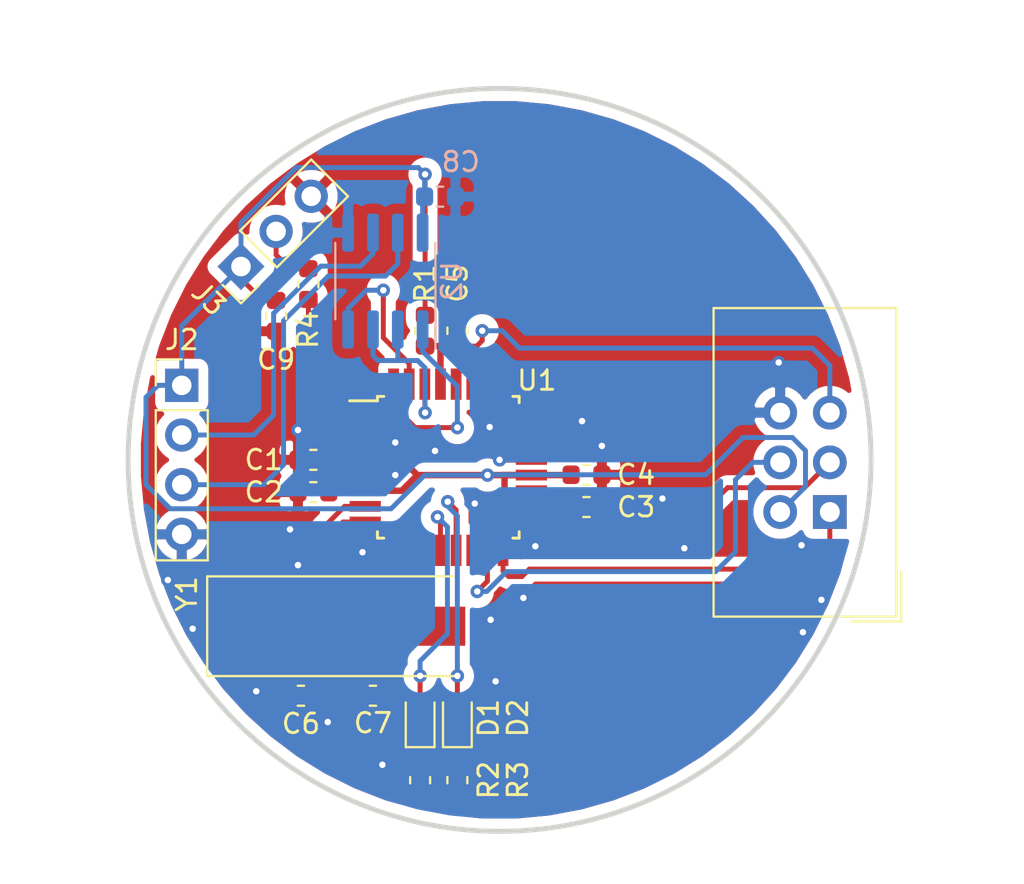
<source format=kicad_pcb>
(kicad_pcb (version 20171130) (host pcbnew "(5.1.4)-1")

  (general
    (thickness 1.6)
    (drawings 4)
    (tracks 211)
    (zones 0)
    (modules 21)
    (nets 33)
  )

  (page USLetter)
  (title_block
    (title "Project Title")
  )

  (layers
    (0 F.Cu signal)
    (31 B.Cu signal)
    (34 B.Paste user hide)
    (35 F.Paste user hide)
    (36 B.SilkS user)
    (37 F.SilkS user)
    (38 B.Mask user)
    (39 F.Mask user)
    (40 Dwgs.User user hide)
    (44 Edge.Cuts user)
    (45 Margin user hide)
    (46 B.CrtYd user hide)
    (47 F.CrtYd user hide)
    (48 B.Fab user hide)
    (49 F.Fab user hide)
  )

  (setup
    (last_trace_width 0.254)
    (user_trace_width 0.1524)
    (user_trace_width 0.254)
    (user_trace_width 0.3302)
    (user_trace_width 0.508)
    (user_trace_width 0.762)
    (user_trace_width 1.27)
    (trace_clearance 0.254)
    (zone_clearance 0.508)
    (zone_45_only no)
    (trace_min 0.1524)
    (via_size 0.6858)
    (via_drill 0.3302)
    (via_min_size 0.6858)
    (via_min_drill 0.3302)
    (user_via 0.6858 0.3302)
    (user_via 0.762 0.4064)
    (user_via 0.8636 0.508)
    (uvia_size 0.6858)
    (uvia_drill 0.3302)
    (uvias_allowed no)
    (uvia_min_size 0)
    (uvia_min_drill 0)
    (edge_width 0.1524)
    (segment_width 0.1524)
    (pcb_text_width 0.1524)
    (pcb_text_size 1.016 1.016)
    (mod_edge_width 0.1524)
    (mod_text_size 1.016 1.016)
    (mod_text_width 0.1524)
    (pad_size 1.524 1.524)
    (pad_drill 0.762)
    (pad_to_mask_clearance 0.0762)
    (solder_mask_min_width 0.1016)
    (pad_to_paste_clearance -0.0762)
    (aux_axis_origin 0 0)
    (grid_origin 70.485 91.186)
    (visible_elements 7FFFFFFF)
    (pcbplotparams
      (layerselection 0x310fc_80000001)
      (usegerberextensions true)
      (usegerberattributes false)
      (usegerberadvancedattributes false)
      (creategerberjobfile false)
      (excludeedgelayer true)
      (linewidth 0.100000)
      (plotframeref false)
      (viasonmask false)
      (mode 1)
      (useauxorigin false)
      (hpglpennumber 1)
      (hpglpenspeed 20)
      (hpglpendiameter 15.000000)
      (psnegative false)
      (psa4output false)
      (plotreference true)
      (plotvalue true)
      (plotinvisibletext false)
      (padsonsilk false)
      (subtractmaskfromsilk false)
      (outputformat 1)
      (mirror false)
      (drillshape 0)
      (scaleselection 1)
      (outputdirectory "gerbers"))
  )

  (net 0 "")
  (net 1 GND)
  (net 2 +5V)
  (net 3 /RESET)
  (net 4 "Net-(U1-Pad28)")
  (net 5 "Net-(U1-Pad27)")
  (net 6 "Net-(U1-Pad26)")
  (net 7 "Net-(U1-Pad25)")
  (net 8 "Net-(U1-Pad24)")
  (net 9 "Net-(U1-Pad23)")
  (net 10 "Net-(U1-Pad22)")
  (net 11 "Net-(U1-Pad19)")
  (net 12 "Net-(U1-Pad14)")
  (net 13 "Net-(U1-Pad11)")
  (net 14 "Net-(U1-Pad10)")
  (net 15 "Net-(U1-Pad9)")
  (net 16 "Net-(U1-Pad2)")
  (net 17 /MOSI)
  (net 18 /SCK)
  (net 19 /MISO)
  (net 20 "Net-(C6-Pad2)")
  (net 21 "Net-(C7-Pad2)")
  (net 22 "Net-(D1-Pad2)")
  (net 23 "Net-(D1-Pad1)")
  (net 24 "Net-(D2-Pad2)")
  (net 25 "Net-(D2-Pad1)")
  (net 26 /RXD)
  (net 27 /TXD)
  (net 28 /DR)
  (net 29 /WS2812_DATA)
  (net 30 "Net-(J3-Pad2)")
  (net 31 /B)
  (net 32 /A)

  (net_class Default "This is the default net class."
    (clearance 0.254)
    (trace_width 0.254)
    (via_dia 0.6858)
    (via_drill 0.3302)
    (uvia_dia 0.6858)
    (uvia_drill 0.3302)
    (add_net +5V)
    (add_net /A)
    (add_net /B)
    (add_net /DR)
    (add_net /MISO)
    (add_net /MOSI)
    (add_net /RESET)
    (add_net /RXD)
    (add_net /SCK)
    (add_net /TXD)
    (add_net /WS2812_DATA)
    (add_net GND)
    (add_net "Net-(C6-Pad2)")
    (add_net "Net-(C7-Pad2)")
    (add_net "Net-(D1-Pad1)")
    (add_net "Net-(D1-Pad2)")
    (add_net "Net-(D2-Pad1)")
    (add_net "Net-(D2-Pad2)")
    (add_net "Net-(J3-Pad2)")
    (add_net "Net-(U1-Pad10)")
    (add_net "Net-(U1-Pad11)")
    (add_net "Net-(U1-Pad14)")
    (add_net "Net-(U1-Pad19)")
    (add_net "Net-(U1-Pad2)")
    (add_net "Net-(U1-Pad22)")
    (add_net "Net-(U1-Pad23)")
    (add_net "Net-(U1-Pad24)")
    (add_net "Net-(U1-Pad25)")
    (add_net "Net-(U1-Pad26)")
    (add_net "Net-(U1-Pad27)")
    (add_net "Net-(U1-Pad28)")
    (add_net "Net-(U1-Pad9)")
  )

  (module Connector_IDC:IDC-Header_2x03_P2.54mm_Vertical (layer F.Cu) (tedit 59DE0819) (tstamp 5D8D78E2)
    (at 87.376 93.853 180)
    (descr "Through hole straight IDC box header, 2x03, 2.54mm pitch, double rows")
    (tags "Through hole IDC box header THT 2x03 2.54mm double row")
    (path /5D8ED466)
    (fp_text reference J1 (at 1.27 -6.604) (layer F.SilkS) hide
      (effects (font (size 1 1) (thickness 0.15)))
    )
    (fp_text value AVR-ISP-6 (at 1.27 11.684) (layer F.Fab)
      (effects (font (size 1 1) (thickness 0.15)))
    )
    (fp_line (start -3.655 -5.6) (end -1.115 -5.6) (layer F.SilkS) (width 0.12))
    (fp_line (start -3.655 -5.6) (end -3.655 -3.06) (layer F.SilkS) (width 0.12))
    (fp_line (start -3.405 -5.35) (end 5.945 -5.35) (layer F.SilkS) (width 0.12))
    (fp_line (start -3.405 10.43) (end -3.405 -5.35) (layer F.SilkS) (width 0.12))
    (fp_line (start 5.945 10.43) (end -3.405 10.43) (layer F.SilkS) (width 0.12))
    (fp_line (start 5.945 -5.35) (end 5.945 10.43) (layer F.SilkS) (width 0.12))
    (fp_line (start -3.41 -5.35) (end 5.95 -5.35) (layer F.CrtYd) (width 0.05))
    (fp_line (start -3.41 10.43) (end -3.41 -5.35) (layer F.CrtYd) (width 0.05))
    (fp_line (start 5.95 10.43) (end -3.41 10.43) (layer F.CrtYd) (width 0.05))
    (fp_line (start 5.95 -5.35) (end 5.95 10.43) (layer F.CrtYd) (width 0.05))
    (fp_line (start -3.155 10.18) (end -2.605 9.62) (layer F.Fab) (width 0.1))
    (fp_line (start -3.155 -5.1) (end -2.605 -4.56) (layer F.Fab) (width 0.1))
    (fp_line (start 5.695 10.18) (end 5.145 9.62) (layer F.Fab) (width 0.1))
    (fp_line (start 5.695 -5.1) (end 5.145 -4.56) (layer F.Fab) (width 0.1))
    (fp_line (start 5.145 9.62) (end -2.605 9.62) (layer F.Fab) (width 0.1))
    (fp_line (start 5.695 10.18) (end -3.155 10.18) (layer F.Fab) (width 0.1))
    (fp_line (start 5.145 -4.56) (end -2.605 -4.56) (layer F.Fab) (width 0.1))
    (fp_line (start 5.695 -5.1) (end -3.155 -5.1) (layer F.Fab) (width 0.1))
    (fp_line (start -2.605 4.79) (end -3.155 4.79) (layer F.Fab) (width 0.1))
    (fp_line (start -2.605 0.29) (end -3.155 0.29) (layer F.Fab) (width 0.1))
    (fp_line (start -2.605 4.79) (end -2.605 9.62) (layer F.Fab) (width 0.1))
    (fp_line (start -2.605 -4.56) (end -2.605 0.29) (layer F.Fab) (width 0.1))
    (fp_line (start -3.155 -5.1) (end -3.155 10.18) (layer F.Fab) (width 0.1))
    (fp_line (start 5.145 -4.56) (end 5.145 9.62) (layer F.Fab) (width 0.1))
    (fp_line (start 5.695 -5.1) (end 5.695 10.18) (layer F.Fab) (width 0.1))
    (fp_text user %R (at 1.27 2.54) (layer F.Fab)
      (effects (font (size 1 1) (thickness 0.15)))
    )
    (pad 6 thru_hole oval (at 2.54 5.08 180) (size 1.7272 1.7272) (drill 1.016) (layers *.Cu *.Mask)
      (net 1 GND))
    (pad 5 thru_hole oval (at 0 5.08 180) (size 1.7272 1.7272) (drill 1.016) (layers *.Cu *.Mask)
      (net 3 /RESET))
    (pad 4 thru_hole oval (at 2.54 2.54 180) (size 1.7272 1.7272) (drill 1.016) (layers *.Cu *.Mask)
      (net 17 /MOSI))
    (pad 3 thru_hole oval (at 0 2.54 180) (size 1.7272 1.7272) (drill 1.016) (layers *.Cu *.Mask)
      (net 18 /SCK))
    (pad 2 thru_hole oval (at 2.54 0 180) (size 1.7272 1.7272) (drill 1.016) (layers *.Cu *.Mask)
      (net 2 +5V))
    (pad 1 thru_hole rect (at 0 0 180) (size 1.7272 1.7272) (drill 1.016) (layers *.Cu *.Mask)
      (net 19 /MISO))
    (model ${KISYS3DMOD}/Connector_IDC.3dshapes/IDC-Header_2x03_P2.54mm_Vertical.wrl
      (at (xyz 0 0 0))
      (scale (xyz 1 1 1))
      (rotate (xyz 0 0 0))
    )
  )

  (module Connector_PinHeader_2.54mm:PinHeader_1x04_P2.54mm_Vertical (layer F.Cu) (tedit 59FED5CC) (tstamp 5D96EC30)
    (at 54.229 87.376)
    (descr "Through hole straight pin header, 1x04, 2.54mm pitch, single row")
    (tags "Through hole pin header THT 1x04 2.54mm single row")
    (path /5D9DD45E)
    (fp_text reference J2 (at 0 -2.33) (layer F.SilkS)
      (effects (font (size 1 1) (thickness 0.15)))
    )
    (fp_text value Conn_01x04 (at 0 9.95) (layer F.Fab)
      (effects (font (size 1 1) (thickness 0.15)))
    )
    (fp_text user %R (at 0 3.81 90) (layer F.Fab)
      (effects (font (size 1 1) (thickness 0.15)))
    )
    (fp_line (start 1.8 -1.8) (end -1.8 -1.8) (layer F.CrtYd) (width 0.05))
    (fp_line (start 1.8 9.4) (end 1.8 -1.8) (layer F.CrtYd) (width 0.05))
    (fp_line (start -1.8 9.4) (end 1.8 9.4) (layer F.CrtYd) (width 0.05))
    (fp_line (start -1.8 -1.8) (end -1.8 9.4) (layer F.CrtYd) (width 0.05))
    (fp_line (start -1.33 -1.33) (end 0 -1.33) (layer F.SilkS) (width 0.12))
    (fp_line (start -1.33 0) (end -1.33 -1.33) (layer F.SilkS) (width 0.12))
    (fp_line (start -1.33 1.27) (end 1.33 1.27) (layer F.SilkS) (width 0.12))
    (fp_line (start 1.33 1.27) (end 1.33 8.95) (layer F.SilkS) (width 0.12))
    (fp_line (start -1.33 1.27) (end -1.33 8.95) (layer F.SilkS) (width 0.12))
    (fp_line (start -1.33 8.95) (end 1.33 8.95) (layer F.SilkS) (width 0.12))
    (fp_line (start -1.27 -0.635) (end -0.635 -1.27) (layer F.Fab) (width 0.1))
    (fp_line (start -1.27 8.89) (end -1.27 -0.635) (layer F.Fab) (width 0.1))
    (fp_line (start 1.27 8.89) (end -1.27 8.89) (layer F.Fab) (width 0.1))
    (fp_line (start 1.27 -1.27) (end 1.27 8.89) (layer F.Fab) (width 0.1))
    (fp_line (start -0.635 -1.27) (end 1.27 -1.27) (layer F.Fab) (width 0.1))
    (pad 4 thru_hole oval (at 0 7.62) (size 1.7 1.7) (drill 1) (layers *.Cu *.Mask)
      (net 1 GND))
    (pad 3 thru_hole oval (at 0 5.08) (size 1.7 1.7) (drill 1) (layers *.Cu *.Mask)
      (net 31 /B))
    (pad 2 thru_hole oval (at 0 2.54) (size 1.7 1.7) (drill 1) (layers *.Cu *.Mask)
      (net 32 /A))
    (pad 1 thru_hole rect (at 0 0) (size 1.7 1.7) (drill 1) (layers *.Cu *.Mask)
      (net 2 +5V))
    (model ${KISYS3DMOD}/Connector_PinHeader_2.54mm.3dshapes/PinHeader_1x04_P2.54mm_Vertical.wrl
      (at (xyz 0 0 0))
      (scale (xyz 1 1 1))
      (rotate (xyz 0 0 0))
    )
  )

  (module Resistor_SMD:R_0603_1608Metric (layer F.Cu) (tedit 5B301BBD) (tstamp 5D96E4B5)
    (at 60.706 82.1945 90)
    (descr "Resistor SMD 0603 (1608 Metric), square (rectangular) end terminal, IPC_7351 nominal, (Body size source: http://www.tortai-tech.com/upload/download/2011102023233369053.pdf), generated with kicad-footprint-generator")
    (tags resistor)
    (path /5D9CF5EE)
    (attr smd)
    (fp_text reference R4 (at -2.3367 -0.0254 90) (layer F.SilkS)
      (effects (font (size 1 1) (thickness 0.15)))
    )
    (fp_text value R (at 0 1.43 90) (layer F.Fab)
      (effects (font (size 1 1) (thickness 0.15)))
    )
    (fp_text user %R (at 0 0 90) (layer F.Fab)
      (effects (font (size 0.4 0.4) (thickness 0.06)))
    )
    (fp_line (start 1.48 0.73) (end -1.48 0.73) (layer F.CrtYd) (width 0.05))
    (fp_line (start 1.48 -0.73) (end 1.48 0.73) (layer F.CrtYd) (width 0.05))
    (fp_line (start -1.48 -0.73) (end 1.48 -0.73) (layer F.CrtYd) (width 0.05))
    (fp_line (start -1.48 0.73) (end -1.48 -0.73) (layer F.CrtYd) (width 0.05))
    (fp_line (start -0.162779 0.51) (end 0.162779 0.51) (layer F.SilkS) (width 0.12))
    (fp_line (start -0.162779 -0.51) (end 0.162779 -0.51) (layer F.SilkS) (width 0.12))
    (fp_line (start 0.8 0.4) (end -0.8 0.4) (layer F.Fab) (width 0.1))
    (fp_line (start 0.8 -0.4) (end 0.8 0.4) (layer F.Fab) (width 0.1))
    (fp_line (start -0.8 -0.4) (end 0.8 -0.4) (layer F.Fab) (width 0.1))
    (fp_line (start -0.8 0.4) (end -0.8 -0.4) (layer F.Fab) (width 0.1))
    (pad 2 smd roundrect (at 0.7875 0 90) (size 0.875 0.95) (layers F.Cu F.Paste F.Mask) (roundrect_rratio 0.25)
      (net 30 "Net-(J3-Pad2)"))
    (pad 1 smd roundrect (at -0.7875 0 90) (size 0.875 0.95) (layers F.Cu F.Paste F.Mask) (roundrect_rratio 0.25)
      (net 29 /WS2812_DATA))
    (model ${KISYS3DMOD}/Resistor_SMD.3dshapes/R_0603_1608Metric.wrl
      (at (xyz 0 0 0))
      (scale (xyz 1 1 1))
      (rotate (xyz 0 0 0))
    )
  )

  (module Capacitor_SMD:C_0603_1608Metric (layer F.Cu) (tedit 5B301BBE) (tstamp 5D9C9B5E)
    (at 59.055 83.82 270)
    (descr "Capacitor SMD 0603 (1608 Metric), square (rectangular) end terminal, IPC_7351 nominal, (Body size source: http://www.tortai-tech.com/upload/download/2011102023233369053.pdf), generated with kicad-footprint-generator")
    (tags capacitor)
    (path /5D9D4C61)
    (attr smd)
    (fp_text reference C9 (at 2.2352 0) (layer F.SilkS)
      (effects (font (size 1 1) (thickness 0.15)))
    )
    (fp_text value 100n (at 0 1.43 90) (layer F.Fab)
      (effects (font (size 1 1) (thickness 0.15)))
    )
    (fp_text user %R (at 0 0 90) (layer F.Fab)
      (effects (font (size 0.4 0.4) (thickness 0.06)))
    )
    (fp_line (start 1.48 0.73) (end -1.48 0.73) (layer F.CrtYd) (width 0.05))
    (fp_line (start 1.48 -0.73) (end 1.48 0.73) (layer F.CrtYd) (width 0.05))
    (fp_line (start -1.48 -0.73) (end 1.48 -0.73) (layer F.CrtYd) (width 0.05))
    (fp_line (start -1.48 0.73) (end -1.48 -0.73) (layer F.CrtYd) (width 0.05))
    (fp_line (start -0.162779 0.51) (end 0.162779 0.51) (layer F.SilkS) (width 0.12))
    (fp_line (start -0.162779 -0.51) (end 0.162779 -0.51) (layer F.SilkS) (width 0.12))
    (fp_line (start 0.8 0.4) (end -0.8 0.4) (layer F.Fab) (width 0.1))
    (fp_line (start 0.8 -0.4) (end 0.8 0.4) (layer F.Fab) (width 0.1))
    (fp_line (start -0.8 -0.4) (end 0.8 -0.4) (layer F.Fab) (width 0.1))
    (fp_line (start -0.8 0.4) (end -0.8 -0.4) (layer F.Fab) (width 0.1))
    (pad 2 smd roundrect (at 0.7875 0 270) (size 0.875 0.95) (layers F.Cu F.Paste F.Mask) (roundrect_rratio 0.25)
      (net 1 GND))
    (pad 1 smd roundrect (at -0.7875 0 270) (size 0.875 0.95) (layers F.Cu F.Paste F.Mask) (roundrect_rratio 0.25)
      (net 2 +5V))
    (model ${KISYS3DMOD}/Capacitor_SMD.3dshapes/C_0603_1608Metric.wrl
      (at (xyz 0 0 0))
      (scale (xyz 1 1 1))
      (rotate (xyz 0 0 0))
    )
  )

  (module Connector_PinHeader_2.54mm:PinHeader_1x03_P2.54mm_Vertical (layer F.Cu) (tedit 59FED5CC) (tstamp 5D96DD69)
    (at 57.258949 81.298051 135)
    (descr "Through hole straight pin header, 1x03, 2.54mm pitch, single row")
    (tags "Through hole pin header THT 1x03 2.54mm single row")
    (path /5D9BFB65)
    (fp_text reference J3 (at 0 -2.33 135) (layer F.SilkS)
      (effects (font (size 1 1) (thickness 0.15)))
    )
    (fp_text value Conn_01x03 (at 0 7.41 135) (layer F.Fab)
      (effects (font (size 1 1) (thickness 0.15)))
    )
    (fp_text user %R (at 0 2.54 45) (layer F.Fab)
      (effects (font (size 1 1) (thickness 0.15)))
    )
    (fp_line (start 1.8 -1.8) (end -1.8 -1.8) (layer F.CrtYd) (width 0.05))
    (fp_line (start 1.8 6.85) (end 1.8 -1.8) (layer F.CrtYd) (width 0.05))
    (fp_line (start -1.8 6.85) (end 1.8 6.85) (layer F.CrtYd) (width 0.05))
    (fp_line (start -1.8 -1.8) (end -1.8 6.85) (layer F.CrtYd) (width 0.05))
    (fp_line (start -1.33 -1.33) (end 0 -1.33) (layer F.SilkS) (width 0.12))
    (fp_line (start -1.33 0) (end -1.33 -1.33) (layer F.SilkS) (width 0.12))
    (fp_line (start -1.33 1.27) (end 1.33 1.27) (layer F.SilkS) (width 0.12))
    (fp_line (start 1.33 1.27) (end 1.33 6.41) (layer F.SilkS) (width 0.12))
    (fp_line (start -1.33 1.27) (end -1.33 6.41) (layer F.SilkS) (width 0.12))
    (fp_line (start -1.33 6.41) (end 1.33 6.41) (layer F.SilkS) (width 0.12))
    (fp_line (start -1.27 -0.635) (end -0.635 -1.27) (layer F.Fab) (width 0.1))
    (fp_line (start -1.27 6.35) (end -1.27 -0.635) (layer F.Fab) (width 0.1))
    (fp_line (start 1.27 6.35) (end -1.27 6.35) (layer F.Fab) (width 0.1))
    (fp_line (start 1.27 -1.27) (end 1.27 6.35) (layer F.Fab) (width 0.1))
    (fp_line (start -0.635 -1.27) (end 1.27 -1.27) (layer F.Fab) (width 0.1))
    (pad 3 thru_hole oval (at 0 5.08 135) (size 1.7 1.7) (drill 1) (layers *.Cu *.Mask)
      (net 1 GND))
    (pad 2 thru_hole oval (at 0 2.54 135) (size 1.7 1.7) (drill 1) (layers *.Cu *.Mask)
      (net 30 "Net-(J3-Pad2)"))
    (pad 1 thru_hole rect (at 0 0 135) (size 1.7 1.7) (drill 1) (layers *.Cu *.Mask)
      (net 2 +5V))
    (model ${KISYS3DMOD}/Connector_PinHeader_2.54mm.3dshapes/PinHeader_1x03_P2.54mm_Vertical.wrl
      (at (xyz 0 0 0))
      (scale (xyz 1 1 1))
      (rotate (xyz 0 0 0))
    )
  )

  (module Capacitor_SMD:C_0603_1608Metric (layer B.Cu) (tedit 5B301BBE) (tstamp 5D96D21E)
    (at 67.437 77.724)
    (descr "Capacitor SMD 0603 (1608 Metric), square (rectangular) end terminal, IPC_7351 nominal, (Body size source: http://www.tortai-tech.com/upload/download/2011102023233369053.pdf), generated with kicad-footprint-generator")
    (tags capacitor)
    (path /5D9B2AB7)
    (attr smd)
    (fp_text reference C8 (at 1.0668 -1.778) (layer B.SilkS)
      (effects (font (size 1 1) (thickness 0.15)) (justify mirror))
    )
    (fp_text value 100n (at 0 -1.43) (layer B.Fab)
      (effects (font (size 1 1) (thickness 0.15)) (justify mirror))
    )
    (fp_text user %R (at 0 0) (layer B.Fab)
      (effects (font (size 0.4 0.4) (thickness 0.06)) (justify mirror))
    )
    (fp_line (start 1.48 -0.73) (end -1.48 -0.73) (layer B.CrtYd) (width 0.05))
    (fp_line (start 1.48 0.73) (end 1.48 -0.73) (layer B.CrtYd) (width 0.05))
    (fp_line (start -1.48 0.73) (end 1.48 0.73) (layer B.CrtYd) (width 0.05))
    (fp_line (start -1.48 -0.73) (end -1.48 0.73) (layer B.CrtYd) (width 0.05))
    (fp_line (start -0.162779 -0.51) (end 0.162779 -0.51) (layer B.SilkS) (width 0.12))
    (fp_line (start -0.162779 0.51) (end 0.162779 0.51) (layer B.SilkS) (width 0.12))
    (fp_line (start 0.8 -0.4) (end -0.8 -0.4) (layer B.Fab) (width 0.1))
    (fp_line (start 0.8 0.4) (end 0.8 -0.4) (layer B.Fab) (width 0.1))
    (fp_line (start -0.8 0.4) (end 0.8 0.4) (layer B.Fab) (width 0.1))
    (fp_line (start -0.8 -0.4) (end -0.8 0.4) (layer B.Fab) (width 0.1))
    (pad 2 smd roundrect (at 0.7875 0) (size 0.875 0.95) (layers B.Cu B.Paste B.Mask) (roundrect_rratio 0.25)
      (net 1 GND))
    (pad 1 smd roundrect (at -0.7875 0) (size 0.875 0.95) (layers B.Cu B.Paste B.Mask) (roundrect_rratio 0.25)
      (net 2 +5V))
    (model ${KISYS3DMOD}/Capacitor_SMD.3dshapes/C_0603_1608Metric.wrl
      (at (xyz 0 0 0))
      (scale (xyz 1 1 1))
      (rotate (xyz 0 0 0))
    )
  )

  (module Package_SO:SOIC-8_3.9x4.9mm_P1.27mm (layer B.Cu) (tedit 5C97300E) (tstamp 5D966DFA)
    (at 64.643 82.042 90)
    (descr "SOIC, 8 Pin (JEDEC MS-012AA, https://www.analog.com/media/en/package-pcb-resources/package/pkg_pdf/soic_narrow-r/r_8.pdf), generated with kicad-footprint-generator ipc_gullwing_generator.py")
    (tags "SOIC SO")
    (path /5D997143)
    (attr smd)
    (fp_text reference U2 (at 0 3.4 90) (layer B.SilkS)
      (effects (font (size 1 1) (thickness 0.15)) (justify mirror))
    )
    (fp_text value MAX485E (at 0 -3.4 90) (layer B.Fab)
      (effects (font (size 1 1) (thickness 0.15)) (justify mirror))
    )
    (fp_text user %R (at 0 0 90) (layer B.Fab)
      (effects (font (size 0.98 0.98) (thickness 0.15)) (justify mirror))
    )
    (fp_line (start 3.7 2.7) (end -3.7 2.7) (layer B.CrtYd) (width 0.05))
    (fp_line (start 3.7 -2.7) (end 3.7 2.7) (layer B.CrtYd) (width 0.05))
    (fp_line (start -3.7 -2.7) (end 3.7 -2.7) (layer B.CrtYd) (width 0.05))
    (fp_line (start -3.7 2.7) (end -3.7 -2.7) (layer B.CrtYd) (width 0.05))
    (fp_line (start -1.95 1.475) (end -0.975 2.45) (layer B.Fab) (width 0.1))
    (fp_line (start -1.95 -2.45) (end -1.95 1.475) (layer B.Fab) (width 0.1))
    (fp_line (start 1.95 -2.45) (end -1.95 -2.45) (layer B.Fab) (width 0.1))
    (fp_line (start 1.95 2.45) (end 1.95 -2.45) (layer B.Fab) (width 0.1))
    (fp_line (start -0.975 2.45) (end 1.95 2.45) (layer B.Fab) (width 0.1))
    (fp_line (start 0 2.56) (end -3.45 2.56) (layer B.SilkS) (width 0.12))
    (fp_line (start 0 2.56) (end 1.95 2.56) (layer B.SilkS) (width 0.12))
    (fp_line (start 0 -2.56) (end -1.95 -2.56) (layer B.SilkS) (width 0.12))
    (fp_line (start 0 -2.56) (end 1.95 -2.56) (layer B.SilkS) (width 0.12))
    (pad 8 smd roundrect (at 2.475 1.905 90) (size 1.95 0.6) (layers B.Cu B.Paste B.Mask) (roundrect_rratio 0.25)
      (net 2 +5V))
    (pad 7 smd roundrect (at 2.475 0.635 90) (size 1.95 0.6) (layers B.Cu B.Paste B.Mask) (roundrect_rratio 0.25)
      (net 31 /B))
    (pad 6 smd roundrect (at 2.475 -0.635 90) (size 1.95 0.6) (layers B.Cu B.Paste B.Mask) (roundrect_rratio 0.25)
      (net 32 /A))
    (pad 5 smd roundrect (at 2.475 -1.905 90) (size 1.95 0.6) (layers B.Cu B.Paste B.Mask) (roundrect_rratio 0.25)
      (net 1 GND))
    (pad 4 smd roundrect (at -2.475 -1.905 90) (size 1.95 0.6) (layers B.Cu B.Paste B.Mask) (roundrect_rratio 0.25)
      (net 27 /TXD))
    (pad 3 smd roundrect (at -2.475 -0.635 90) (size 1.95 0.6) (layers B.Cu B.Paste B.Mask) (roundrect_rratio 0.25)
      (net 28 /DR))
    (pad 2 smd roundrect (at -2.475 0.635 90) (size 1.95 0.6) (layers B.Cu B.Paste B.Mask) (roundrect_rratio 0.25)
      (net 28 /DR))
    (pad 1 smd roundrect (at -2.475 1.905 90) (size 1.95 0.6) (layers B.Cu B.Paste B.Mask) (roundrect_rratio 0.25)
      (net 26 /RXD))
    (model ${KISYS3DMOD}/Package_SO.3dshapes/SOIC-8_3.9x4.9mm_P1.27mm.wrl
      (at (xyz 0 0 0))
      (scale (xyz 1 1 1))
      (rotate (xyz 0 0 0))
    )
  )

  (module Resistor_SMD:R_0603_1608Metric (layer F.Cu) (tedit 5B301BBD) (tstamp 5D9660DB)
    (at 68.326 107.569 90)
    (descr "Resistor SMD 0603 (1608 Metric), square (rectangular) end terminal, IPC_7351 nominal, (Body size source: http://www.tortai-tech.com/upload/download/2011102023233369053.pdf), generated with kicad-footprint-generator")
    (tags resistor)
    (path /5D98793D)
    (attr smd)
    (fp_text reference R3 (at 0 3.0912 90) (layer F.SilkS)
      (effects (font (size 1 1) (thickness 0.15)))
    )
    (fp_text value R (at 0 1.43 90) (layer F.Fab)
      (effects (font (size 1 1) (thickness 0.15)))
    )
    (fp_text user %R (at 0 0 90) (layer F.Fab)
      (effects (font (size 0.4 0.4) (thickness 0.06)))
    )
    (fp_line (start 1.48 0.73) (end -1.48 0.73) (layer F.CrtYd) (width 0.05))
    (fp_line (start 1.48 -0.73) (end 1.48 0.73) (layer F.CrtYd) (width 0.05))
    (fp_line (start -1.48 -0.73) (end 1.48 -0.73) (layer F.CrtYd) (width 0.05))
    (fp_line (start -1.48 0.73) (end -1.48 -0.73) (layer F.CrtYd) (width 0.05))
    (fp_line (start -0.162779 0.51) (end 0.162779 0.51) (layer F.SilkS) (width 0.12))
    (fp_line (start -0.162779 -0.51) (end 0.162779 -0.51) (layer F.SilkS) (width 0.12))
    (fp_line (start 0.8 0.4) (end -0.8 0.4) (layer F.Fab) (width 0.1))
    (fp_line (start 0.8 -0.4) (end 0.8 0.4) (layer F.Fab) (width 0.1))
    (fp_line (start -0.8 -0.4) (end 0.8 -0.4) (layer F.Fab) (width 0.1))
    (fp_line (start -0.8 0.4) (end -0.8 -0.4) (layer F.Fab) (width 0.1))
    (pad 2 smd roundrect (at 0.7875 0 90) (size 0.875 0.95) (layers F.Cu F.Paste F.Mask) (roundrect_rratio 0.25)
      (net 25 "Net-(D2-Pad1)"))
    (pad 1 smd roundrect (at -0.7875 0 90) (size 0.875 0.95) (layers F.Cu F.Paste F.Mask) (roundrect_rratio 0.25)
      (net 1 GND))
    (model ${KISYS3DMOD}/Resistor_SMD.3dshapes/R_0603_1608Metric.wrl
      (at (xyz 0 0 0))
      (scale (xyz 1 1 1))
      (rotate (xyz 0 0 0))
    )
  )

  (module Resistor_SMD:R_0603_1608Metric (layer F.Cu) (tedit 5B301BBD) (tstamp 5D9660CA)
    (at 66.421 107.569 90)
    (descr "Resistor SMD 0603 (1608 Metric), square (rectangular) end terminal, IPC_7351 nominal, (Body size source: http://www.tortai-tech.com/upload/download/2011102023233369053.pdf), generated with kicad-footprint-generator")
    (tags resistor)
    (path /5D9872BE)
    (attr smd)
    (fp_text reference R2 (at 0 3.4976 90) (layer F.SilkS)
      (effects (font (size 1 1) (thickness 0.15)))
    )
    (fp_text value R (at 0 1.43 90) (layer F.Fab)
      (effects (font (size 1 1) (thickness 0.15)))
    )
    (fp_text user %R (at 0 0 90) (layer F.Fab)
      (effects (font (size 0.4 0.4) (thickness 0.06)))
    )
    (fp_line (start 1.48 0.73) (end -1.48 0.73) (layer F.CrtYd) (width 0.05))
    (fp_line (start 1.48 -0.73) (end 1.48 0.73) (layer F.CrtYd) (width 0.05))
    (fp_line (start -1.48 -0.73) (end 1.48 -0.73) (layer F.CrtYd) (width 0.05))
    (fp_line (start -1.48 0.73) (end -1.48 -0.73) (layer F.CrtYd) (width 0.05))
    (fp_line (start -0.162779 0.51) (end 0.162779 0.51) (layer F.SilkS) (width 0.12))
    (fp_line (start -0.162779 -0.51) (end 0.162779 -0.51) (layer F.SilkS) (width 0.12))
    (fp_line (start 0.8 0.4) (end -0.8 0.4) (layer F.Fab) (width 0.1))
    (fp_line (start 0.8 -0.4) (end 0.8 0.4) (layer F.Fab) (width 0.1))
    (fp_line (start -0.8 -0.4) (end 0.8 -0.4) (layer F.Fab) (width 0.1))
    (fp_line (start -0.8 0.4) (end -0.8 -0.4) (layer F.Fab) (width 0.1))
    (pad 2 smd roundrect (at 0.7875 0 90) (size 0.875 0.95) (layers F.Cu F.Paste F.Mask) (roundrect_rratio 0.25)
      (net 23 "Net-(D1-Pad1)"))
    (pad 1 smd roundrect (at -0.7875 0 90) (size 0.875 0.95) (layers F.Cu F.Paste F.Mask) (roundrect_rratio 0.25)
      (net 1 GND))
    (model ${KISYS3DMOD}/Resistor_SMD.3dshapes/R_0603_1608Metric.wrl
      (at (xyz 0 0 0))
      (scale (xyz 1 1 1))
      (rotate (xyz 0 0 0))
    )
  )

  (module LED_SMD:LED_0603_1608Metric (layer F.Cu) (tedit 5B301BBE) (tstamp 5D966053)
    (at 68.326 104.394 90)
    (descr "LED SMD 0603 (1608 Metric), square (rectangular) end terminal, IPC_7351 nominal, (Body size source: http://www.tortai-tech.com/upload/download/2011102023233369053.pdf), generated with kicad-footprint-generator")
    (tags diode)
    (path /5D98631F)
    (attr smd)
    (fp_text reference D2 (at 0 3.0912 90) (layer F.SilkS)
      (effects (font (size 1 1) (thickness 0.15)))
    )
    (fp_text value LED (at 0 1.43 90) (layer F.Fab)
      (effects (font (size 1 1) (thickness 0.15)))
    )
    (fp_text user %R (at 0 0 90) (layer F.Fab)
      (effects (font (size 0.4 0.4) (thickness 0.06)))
    )
    (fp_line (start 1.48 0.73) (end -1.48 0.73) (layer F.CrtYd) (width 0.05))
    (fp_line (start 1.48 -0.73) (end 1.48 0.73) (layer F.CrtYd) (width 0.05))
    (fp_line (start -1.48 -0.73) (end 1.48 -0.73) (layer F.CrtYd) (width 0.05))
    (fp_line (start -1.48 0.73) (end -1.48 -0.73) (layer F.CrtYd) (width 0.05))
    (fp_line (start -1.485 0.735) (end 0.8 0.735) (layer F.SilkS) (width 0.12))
    (fp_line (start -1.485 -0.735) (end -1.485 0.735) (layer F.SilkS) (width 0.12))
    (fp_line (start 0.8 -0.735) (end -1.485 -0.735) (layer F.SilkS) (width 0.12))
    (fp_line (start 0.8 0.4) (end 0.8 -0.4) (layer F.Fab) (width 0.1))
    (fp_line (start -0.8 0.4) (end 0.8 0.4) (layer F.Fab) (width 0.1))
    (fp_line (start -0.8 -0.1) (end -0.8 0.4) (layer F.Fab) (width 0.1))
    (fp_line (start -0.5 -0.4) (end -0.8 -0.1) (layer F.Fab) (width 0.1))
    (fp_line (start 0.8 -0.4) (end -0.5 -0.4) (layer F.Fab) (width 0.1))
    (pad 2 smd roundrect (at 0.7875 0 90) (size 0.875 0.95) (layers F.Cu F.Paste F.Mask) (roundrect_rratio 0.25)
      (net 24 "Net-(D2-Pad2)"))
    (pad 1 smd roundrect (at -0.7875 0 90) (size 0.875 0.95) (layers F.Cu F.Paste F.Mask) (roundrect_rratio 0.25)
      (net 25 "Net-(D2-Pad1)"))
    (model ${KISYS3DMOD}/LED_SMD.3dshapes/LED_0603_1608Metric.wrl
      (at (xyz 0 0 0))
      (scale (xyz 1 1 1))
      (rotate (xyz 0 0 0))
    )
  )

  (module LED_SMD:LED_0603_1608Metric (layer F.Cu) (tedit 5B301BBE) (tstamp 5D9662AB)
    (at 66.421 104.394 90)
    (descr "LED SMD 0603 (1608 Metric), square (rectangular) end terminal, IPC_7351 nominal, (Body size source: http://www.tortai-tech.com/upload/download/2011102023233369053.pdf), generated with kicad-footprint-generator")
    (tags diode)
    (path /5D985AA8)
    (attr smd)
    (fp_text reference D1 (at 0 3.4976 90) (layer F.SilkS)
      (effects (font (size 1 1) (thickness 0.15)))
    )
    (fp_text value LED (at 0 1.43 90) (layer F.Fab)
      (effects (font (size 1 1) (thickness 0.15)))
    )
    (fp_text user %R (at 0 0 90) (layer F.Fab)
      (effects (font (size 0.4 0.4) (thickness 0.06)))
    )
    (fp_line (start 1.48 0.73) (end -1.48 0.73) (layer F.CrtYd) (width 0.05))
    (fp_line (start 1.48 -0.73) (end 1.48 0.73) (layer F.CrtYd) (width 0.05))
    (fp_line (start -1.48 -0.73) (end 1.48 -0.73) (layer F.CrtYd) (width 0.05))
    (fp_line (start -1.48 0.73) (end -1.48 -0.73) (layer F.CrtYd) (width 0.05))
    (fp_line (start -1.485 0.735) (end 0.8 0.735) (layer F.SilkS) (width 0.12))
    (fp_line (start -1.485 -0.735) (end -1.485 0.735) (layer F.SilkS) (width 0.12))
    (fp_line (start 0.8 -0.735) (end -1.485 -0.735) (layer F.SilkS) (width 0.12))
    (fp_line (start 0.8 0.4) (end 0.8 -0.4) (layer F.Fab) (width 0.1))
    (fp_line (start -0.8 0.4) (end 0.8 0.4) (layer F.Fab) (width 0.1))
    (fp_line (start -0.8 -0.1) (end -0.8 0.4) (layer F.Fab) (width 0.1))
    (fp_line (start -0.5 -0.4) (end -0.8 -0.1) (layer F.Fab) (width 0.1))
    (fp_line (start 0.8 -0.4) (end -0.5 -0.4) (layer F.Fab) (width 0.1))
    (pad 2 smd roundrect (at 0.7875 0 90) (size 0.875 0.95) (layers F.Cu F.Paste F.Mask) (roundrect_rratio 0.25)
      (net 22 "Net-(D1-Pad2)"))
    (pad 1 smd roundrect (at -0.7875 0 90) (size 0.875 0.95) (layers F.Cu F.Paste F.Mask) (roundrect_rratio 0.25)
      (net 23 "Net-(D1-Pad1)"))
    (model ${KISYS3DMOD}/LED_SMD.3dshapes/LED_0603_1608Metric.wrl
      (at (xyz 0 0 0))
      (scale (xyz 1 1 1))
      (rotate (xyz 0 0 0))
    )
  )

  (module Crystal:Crystal_SMD_HC49-SD (layer F.Cu) (tedit 5A1AD52C) (tstamp 5D965370)
    (at 62.23 99.695)
    (descr "SMD Crystal HC-49-SD http://cdn-reichelt.de/documents/datenblatt/B400/xxx-HC49-SMD.pdf, 11.4x4.7mm^2 package")
    (tags "SMD SMT crystal")
    (path /5D965856)
    (attr smd)
    (fp_text reference Y1 (at -7.747 -1.651 90) (layer F.SilkS)
      (effects (font (size 1 1) (thickness 0.15)))
    )
    (fp_text value Crystal (at 0 3.55) (layer F.Fab)
      (effects (font (size 1 1) (thickness 0.15)))
    )
    (fp_arc (start 3.015 0) (end 3.015 -2.115) (angle 180) (layer F.Fab) (width 0.1))
    (fp_arc (start -3.015 0) (end -3.015 -2.115) (angle -180) (layer F.Fab) (width 0.1))
    (fp_line (start 6.8 -2.6) (end -6.8 -2.6) (layer F.CrtYd) (width 0.05))
    (fp_line (start 6.8 2.6) (end 6.8 -2.6) (layer F.CrtYd) (width 0.05))
    (fp_line (start -6.8 2.6) (end 6.8 2.6) (layer F.CrtYd) (width 0.05))
    (fp_line (start -6.8 -2.6) (end -6.8 2.6) (layer F.CrtYd) (width 0.05))
    (fp_line (start -6.7 2.55) (end 5.9 2.55) (layer F.SilkS) (width 0.12))
    (fp_line (start -6.7 -2.55) (end -6.7 2.55) (layer F.SilkS) (width 0.12))
    (fp_line (start 5.9 -2.55) (end -6.7 -2.55) (layer F.SilkS) (width 0.12))
    (fp_line (start -3.015 2.115) (end 3.015 2.115) (layer F.Fab) (width 0.1))
    (fp_line (start -3.015 -2.115) (end 3.015 -2.115) (layer F.Fab) (width 0.1))
    (fp_line (start 5.7 -2.35) (end -5.7 -2.35) (layer F.Fab) (width 0.1))
    (fp_line (start 5.7 2.35) (end 5.7 -2.35) (layer F.Fab) (width 0.1))
    (fp_line (start -5.7 2.35) (end 5.7 2.35) (layer F.Fab) (width 0.1))
    (fp_line (start -5.7 -2.35) (end -5.7 2.35) (layer F.Fab) (width 0.1))
    (fp_text user %R (at 0 0) (layer F.Fab)
      (effects (font (size 1 1) (thickness 0.15)))
    )
    (pad 2 smd rect (at 4.25 0) (size 4.5 2) (layers F.Cu F.Paste F.Mask)
      (net 21 "Net-(C7-Pad2)"))
    (pad 1 smd rect (at -4.25 0) (size 4.5 2) (layers F.Cu F.Paste F.Mask)
      (net 20 "Net-(C6-Pad2)"))
    (model ${KISYS3DMOD}/Crystal.3dshapes/Crystal_SMD_HC49-SD.wrl
      (at (xyz 0 0 0))
      (scale (xyz 1 1 1))
      (rotate (xyz 0 0 0))
    )
  )

  (module Capacitor_SMD:C_0603_1608Metric (layer F.Cu) (tedit 5B301BBE) (tstamp 5D964EB6)
    (at 64.008 103.251)
    (descr "Capacitor SMD 0603 (1608 Metric), square (rectangular) end terminal, IPC_7351 nominal, (Body size source: http://www.tortai-tech.com/upload/download/2011102023233369053.pdf), generated with kicad-footprint-generator")
    (tags capacitor)
    (path /5D96AE5C)
    (attr smd)
    (fp_text reference C7 (at 0 1.397) (layer F.SilkS)
      (effects (font (size 1 1) (thickness 0.15)))
    )
    (fp_text value 22p (at 0 1.43) (layer F.Fab)
      (effects (font (size 1 1) (thickness 0.15)))
    )
    (fp_text user %R (at 0 0) (layer F.Fab)
      (effects (font (size 0.4 0.4) (thickness 0.06)))
    )
    (fp_line (start 1.48 0.73) (end -1.48 0.73) (layer F.CrtYd) (width 0.05))
    (fp_line (start 1.48 -0.73) (end 1.48 0.73) (layer F.CrtYd) (width 0.05))
    (fp_line (start -1.48 -0.73) (end 1.48 -0.73) (layer F.CrtYd) (width 0.05))
    (fp_line (start -1.48 0.73) (end -1.48 -0.73) (layer F.CrtYd) (width 0.05))
    (fp_line (start -0.162779 0.51) (end 0.162779 0.51) (layer F.SilkS) (width 0.12))
    (fp_line (start -0.162779 -0.51) (end 0.162779 -0.51) (layer F.SilkS) (width 0.12))
    (fp_line (start 0.8 0.4) (end -0.8 0.4) (layer F.Fab) (width 0.1))
    (fp_line (start 0.8 -0.4) (end 0.8 0.4) (layer F.Fab) (width 0.1))
    (fp_line (start -0.8 -0.4) (end 0.8 -0.4) (layer F.Fab) (width 0.1))
    (fp_line (start -0.8 0.4) (end -0.8 -0.4) (layer F.Fab) (width 0.1))
    (pad 2 smd roundrect (at 0.7875 0) (size 0.875 0.95) (layers F.Cu F.Paste F.Mask) (roundrect_rratio 0.25)
      (net 21 "Net-(C7-Pad2)"))
    (pad 1 smd roundrect (at -0.7875 0) (size 0.875 0.95) (layers F.Cu F.Paste F.Mask) (roundrect_rratio 0.25)
      (net 1 GND))
    (model ${KISYS3DMOD}/Capacitor_SMD.3dshapes/C_0603_1608Metric.wrl
      (at (xyz 0 0 0))
      (scale (xyz 1 1 1))
      (rotate (xyz 0 0 0))
    )
  )

  (module Capacitor_SMD:C_0603_1608Metric (layer F.Cu) (tedit 5B301BBE) (tstamp 5D964EA5)
    (at 60.325 103.251 180)
    (descr "Capacitor SMD 0603 (1608 Metric), square (rectangular) end terminal, IPC_7351 nominal, (Body size source: http://www.tortai-tech.com/upload/download/2011102023233369053.pdf), generated with kicad-footprint-generator")
    (tags capacitor)
    (path /5D96A581)
    (attr smd)
    (fp_text reference C6 (at 0 -1.43) (layer F.SilkS)
      (effects (font (size 1 1) (thickness 0.15)))
    )
    (fp_text value 22p (at 0 1.43) (layer F.Fab)
      (effects (font (size 1 1) (thickness 0.15)))
    )
    (fp_text user %R (at 0 0) (layer F.Fab)
      (effects (font (size 0.4 0.4) (thickness 0.06)))
    )
    (fp_line (start 1.48 0.73) (end -1.48 0.73) (layer F.CrtYd) (width 0.05))
    (fp_line (start 1.48 -0.73) (end 1.48 0.73) (layer F.CrtYd) (width 0.05))
    (fp_line (start -1.48 -0.73) (end 1.48 -0.73) (layer F.CrtYd) (width 0.05))
    (fp_line (start -1.48 0.73) (end -1.48 -0.73) (layer F.CrtYd) (width 0.05))
    (fp_line (start -0.162779 0.51) (end 0.162779 0.51) (layer F.SilkS) (width 0.12))
    (fp_line (start -0.162779 -0.51) (end 0.162779 -0.51) (layer F.SilkS) (width 0.12))
    (fp_line (start 0.8 0.4) (end -0.8 0.4) (layer F.Fab) (width 0.1))
    (fp_line (start 0.8 -0.4) (end 0.8 0.4) (layer F.Fab) (width 0.1))
    (fp_line (start -0.8 -0.4) (end 0.8 -0.4) (layer F.Fab) (width 0.1))
    (fp_line (start -0.8 0.4) (end -0.8 -0.4) (layer F.Fab) (width 0.1))
    (pad 2 smd roundrect (at 0.7875 0 180) (size 0.875 0.95) (layers F.Cu F.Paste F.Mask) (roundrect_rratio 0.25)
      (net 20 "Net-(C6-Pad2)"))
    (pad 1 smd roundrect (at -0.7875 0 180) (size 0.875 0.95) (layers F.Cu F.Paste F.Mask) (roundrect_rratio 0.25)
      (net 1 GND))
    (model ${KISYS3DMOD}/Capacitor_SMD.3dshapes/C_0603_1608Metric.wrl
      (at (xyz 0 0 0))
      (scale (xyz 1 1 1))
      (rotate (xyz 0 0 0))
    )
  )

  (module Package_QFP:TQFP-32_7x7mm_P0.8mm (layer F.Cu) (tedit 5A02F146) (tstamp 5D8D6C36)
    (at 67.862 91.565)
    (descr "32-Lead Plastic Thin Quad Flatpack (PT) - 7x7x1.0 mm Body, 2.00 mm [TQFP] (see Microchip Packaging Specification 00000049BS.pdf)")
    (tags "QFP 0.8")
    (path /5D8D0D82)
    (attr smd)
    (fp_text reference U1 (at 4.528 -4.443) (layer F.SilkS)
      (effects (font (size 1 1) (thickness 0.15)))
    )
    (fp_text value ATmega48-20AU (at 0 6.05) (layer F.Fab)
      (effects (font (size 1 1) (thickness 0.15)))
    )
    (fp_line (start -3.625 -3.4) (end -5.05 -3.4) (layer F.SilkS) (width 0.15))
    (fp_line (start 3.625 -3.625) (end 3.3 -3.625) (layer F.SilkS) (width 0.15))
    (fp_line (start 3.625 3.625) (end 3.3 3.625) (layer F.SilkS) (width 0.15))
    (fp_line (start -3.625 3.625) (end -3.3 3.625) (layer F.SilkS) (width 0.15))
    (fp_line (start -3.625 -3.625) (end -3.3 -3.625) (layer F.SilkS) (width 0.15))
    (fp_line (start -3.625 3.625) (end -3.625 3.3) (layer F.SilkS) (width 0.15))
    (fp_line (start 3.625 3.625) (end 3.625 3.3) (layer F.SilkS) (width 0.15))
    (fp_line (start 3.625 -3.625) (end 3.625 -3.3) (layer F.SilkS) (width 0.15))
    (fp_line (start -3.625 -3.625) (end -3.625 -3.4) (layer F.SilkS) (width 0.15))
    (fp_line (start -5.3 5.3) (end 5.3 5.3) (layer F.CrtYd) (width 0.05))
    (fp_line (start -5.3 -5.3) (end 5.3 -5.3) (layer F.CrtYd) (width 0.05))
    (fp_line (start 5.3 -5.3) (end 5.3 5.3) (layer F.CrtYd) (width 0.05))
    (fp_line (start -5.3 -5.3) (end -5.3 5.3) (layer F.CrtYd) (width 0.05))
    (fp_line (start -3.5 -2.5) (end -2.5 -3.5) (layer F.Fab) (width 0.15))
    (fp_line (start -3.5 3.5) (end -3.5 -2.5) (layer F.Fab) (width 0.15))
    (fp_line (start 3.5 3.5) (end -3.5 3.5) (layer F.Fab) (width 0.15))
    (fp_line (start 3.5 -3.5) (end 3.5 3.5) (layer F.Fab) (width 0.15))
    (fp_line (start -2.5 -3.5) (end 3.5 -3.5) (layer F.Fab) (width 0.15))
    (fp_text user %R (at 0 0) (layer F.Fab)
      (effects (font (size 1 1) (thickness 0.15)))
    )
    (pad 32 smd rect (at -2.8 -4.25 90) (size 1.6 0.55) (layers F.Cu F.Paste F.Mask)
      (net 26 /RXD))
    (pad 31 smd rect (at -2 -4.25 90) (size 1.6 0.55) (layers F.Cu F.Paste F.Mask)
      (net 27 /TXD))
    (pad 30 smd rect (at -1.2 -4.25 90) (size 1.6 0.55) (layers F.Cu F.Paste F.Mask)
      (net 28 /DR))
    (pad 29 smd rect (at -0.4 -4.25 90) (size 1.6 0.55) (layers F.Cu F.Paste F.Mask)
      (net 3 /RESET))
    (pad 28 smd rect (at 0.4 -4.25 90) (size 1.6 0.55) (layers F.Cu F.Paste F.Mask)
      (net 4 "Net-(U1-Pad28)"))
    (pad 27 smd rect (at 1.2 -4.25 90) (size 1.6 0.55) (layers F.Cu F.Paste F.Mask)
      (net 5 "Net-(U1-Pad27)"))
    (pad 26 smd rect (at 2 -4.25 90) (size 1.6 0.55) (layers F.Cu F.Paste F.Mask)
      (net 6 "Net-(U1-Pad26)"))
    (pad 25 smd rect (at 2.8 -4.25 90) (size 1.6 0.55) (layers F.Cu F.Paste F.Mask)
      (net 7 "Net-(U1-Pad25)"))
    (pad 24 smd rect (at 4.25 -2.8) (size 1.6 0.55) (layers F.Cu F.Paste F.Mask)
      (net 8 "Net-(U1-Pad24)"))
    (pad 23 smd rect (at 4.25 -2) (size 1.6 0.55) (layers F.Cu F.Paste F.Mask)
      (net 9 "Net-(U1-Pad23)"))
    (pad 22 smd rect (at 4.25 -1.2) (size 1.6 0.55) (layers F.Cu F.Paste F.Mask)
      (net 10 "Net-(U1-Pad22)"))
    (pad 21 smd rect (at 4.25 -0.4) (size 1.6 0.55) (layers F.Cu F.Paste F.Mask)
      (net 1 GND))
    (pad 20 smd rect (at 4.25 0.4) (size 1.6 0.55) (layers F.Cu F.Paste F.Mask)
      (net 2 +5V))
    (pad 19 smd rect (at 4.25 1.2) (size 1.6 0.55) (layers F.Cu F.Paste F.Mask)
      (net 11 "Net-(U1-Pad19)"))
    (pad 18 smd rect (at 4.25 2) (size 1.6 0.55) (layers F.Cu F.Paste F.Mask)
      (net 2 +5V))
    (pad 17 smd rect (at 4.25 2.8) (size 1.6 0.55) (layers F.Cu F.Paste F.Mask)
      (net 18 /SCK))
    (pad 16 smd rect (at 2.8 4.25 90) (size 1.6 0.55) (layers F.Cu F.Paste F.Mask)
      (net 19 /MISO))
    (pad 15 smd rect (at 2 4.25 90) (size 1.6 0.55) (layers F.Cu F.Paste F.Mask)
      (net 17 /MOSI))
    (pad 14 smd rect (at 1.2 4.25 90) (size 1.6 0.55) (layers F.Cu F.Paste F.Mask)
      (net 12 "Net-(U1-Pad14)"))
    (pad 13 smd rect (at 0.4 4.25 90) (size 1.6 0.55) (layers F.Cu F.Paste F.Mask)
      (net 24 "Net-(D2-Pad2)"))
    (pad 12 smd rect (at -0.4 4.25 90) (size 1.6 0.55) (layers F.Cu F.Paste F.Mask)
      (net 22 "Net-(D1-Pad2)"))
    (pad 11 smd rect (at -1.2 4.25 90) (size 1.6 0.55) (layers F.Cu F.Paste F.Mask)
      (net 13 "Net-(U1-Pad11)"))
    (pad 10 smd rect (at -2 4.25 90) (size 1.6 0.55) (layers F.Cu F.Paste F.Mask)
      (net 14 "Net-(U1-Pad10)"))
    (pad 9 smd rect (at -2.8 4.25 90) (size 1.6 0.55) (layers F.Cu F.Paste F.Mask)
      (net 15 "Net-(U1-Pad9)"))
    (pad 8 smd rect (at -4.25 2.8) (size 1.6 0.55) (layers F.Cu F.Paste F.Mask)
      (net 21 "Net-(C7-Pad2)"))
    (pad 7 smd rect (at -4.25 2) (size 1.6 0.55) (layers F.Cu F.Paste F.Mask)
      (net 20 "Net-(C6-Pad2)"))
    (pad 6 smd rect (at -4.25 1.2) (size 1.6 0.55) (layers F.Cu F.Paste F.Mask)
      (net 2 +5V))
    (pad 5 smd rect (at -4.25 0.4) (size 1.6 0.55) (layers F.Cu F.Paste F.Mask)
      (net 1 GND))
    (pad 4 smd rect (at -4.25 -0.4) (size 1.6 0.55) (layers F.Cu F.Paste F.Mask)
      (net 2 +5V))
    (pad 3 smd rect (at -4.25 -1.2) (size 1.6 0.55) (layers F.Cu F.Paste F.Mask)
      (net 1 GND))
    (pad 2 smd rect (at -4.25 -2) (size 1.6 0.55) (layers F.Cu F.Paste F.Mask)
      (net 16 "Net-(U1-Pad2)"))
    (pad 1 smd rect (at -4.25 -2.8) (size 1.6 0.55) (layers F.Cu F.Paste F.Mask)
      (net 29 /WS2812_DATA))
    (model ${KISYS3DMOD}/Package_QFP.3dshapes/TQFP-32_7x7mm_P0.8mm.wrl
      (at (xyz 0 0 0))
      (scale (xyz 1 1 1))
      (rotate (xyz 0 0 0))
    )
  )

  (module Resistor_SMD:R_0603_1608Metric (layer F.Cu) (tedit 5B301BBD) (tstamp 5D8D6BFF)
    (at 66.675 84.582 270)
    (descr "Resistor SMD 0603 (1608 Metric), square (rectangular) end terminal, IPC_7351 nominal, (Body size source: http://www.tortai-tech.com/upload/download/2011102023233369053.pdf), generated with kicad-footprint-generator")
    (tags resistor)
    (path /5D8D5350)
    (attr smd)
    (fp_text reference R1 (at -2.413 0 90) (layer F.SilkS)
      (effects (font (size 1 1) (thickness 0.15)))
    )
    (fp_text value 10k (at 0 1.43 90) (layer F.Fab)
      (effects (font (size 1 1) (thickness 0.15)))
    )
    (fp_text user %R (at 0 0 90) (layer F.Fab)
      (effects (font (size 0.4 0.4) (thickness 0.06)))
    )
    (fp_line (start 1.48 0.73) (end -1.48 0.73) (layer F.CrtYd) (width 0.05))
    (fp_line (start 1.48 -0.73) (end 1.48 0.73) (layer F.CrtYd) (width 0.05))
    (fp_line (start -1.48 -0.73) (end 1.48 -0.73) (layer F.CrtYd) (width 0.05))
    (fp_line (start -1.48 0.73) (end -1.48 -0.73) (layer F.CrtYd) (width 0.05))
    (fp_line (start -0.162779 0.51) (end 0.162779 0.51) (layer F.SilkS) (width 0.12))
    (fp_line (start -0.162779 -0.51) (end 0.162779 -0.51) (layer F.SilkS) (width 0.12))
    (fp_line (start 0.8 0.4) (end -0.8 0.4) (layer F.Fab) (width 0.1))
    (fp_line (start 0.8 -0.4) (end 0.8 0.4) (layer F.Fab) (width 0.1))
    (fp_line (start -0.8 -0.4) (end 0.8 -0.4) (layer F.Fab) (width 0.1))
    (fp_line (start -0.8 0.4) (end -0.8 -0.4) (layer F.Fab) (width 0.1))
    (pad 2 smd roundrect (at 0.7875 0 270) (size 0.875 0.95) (layers F.Cu F.Paste F.Mask) (roundrect_rratio 0.25)
      (net 3 /RESET))
    (pad 1 smd roundrect (at -0.7875 0 270) (size 0.875 0.95) (layers F.Cu F.Paste F.Mask) (roundrect_rratio 0.25)
      (net 2 +5V))
    (model ${KISYS3DMOD}/Resistor_SMD.3dshapes/R_0603_1608Metric.wrl
      (at (xyz 0 0 0))
      (scale (xyz 1 1 1))
      (rotate (xyz 0 0 0))
    )
  )

  (module Capacitor_SMD:C_0603_1608Metric (layer F.Cu) (tedit 5B301BBE) (tstamp 5D8D73B4)
    (at 68.326 84.582 90)
    (descr "Capacitor SMD 0603 (1608 Metric), square (rectangular) end terminal, IPC_7351 nominal, (Body size source: http://www.tortai-tech.com/upload/download/2011102023233369053.pdf), generated with kicad-footprint-generator")
    (tags capacitor)
    (path /5D8D5E5D)
    (attr smd)
    (fp_text reference C5 (at 2.413 0 90) (layer F.SilkS)
      (effects (font (size 1 1) (thickness 0.15)))
    )
    (fp_text value 100n (at 0 1.43 90) (layer F.Fab)
      (effects (font (size 1 1) (thickness 0.15)))
    )
    (fp_text user %R (at 0 0 90) (layer F.Fab)
      (effects (font (size 0.4 0.4) (thickness 0.06)))
    )
    (fp_line (start 1.48 0.73) (end -1.48 0.73) (layer F.CrtYd) (width 0.05))
    (fp_line (start 1.48 -0.73) (end 1.48 0.73) (layer F.CrtYd) (width 0.05))
    (fp_line (start -1.48 -0.73) (end 1.48 -0.73) (layer F.CrtYd) (width 0.05))
    (fp_line (start -1.48 0.73) (end -1.48 -0.73) (layer F.CrtYd) (width 0.05))
    (fp_line (start -0.162779 0.51) (end 0.162779 0.51) (layer F.SilkS) (width 0.12))
    (fp_line (start -0.162779 -0.51) (end 0.162779 -0.51) (layer F.SilkS) (width 0.12))
    (fp_line (start 0.8 0.4) (end -0.8 0.4) (layer F.Fab) (width 0.1))
    (fp_line (start 0.8 -0.4) (end 0.8 0.4) (layer F.Fab) (width 0.1))
    (fp_line (start -0.8 -0.4) (end 0.8 -0.4) (layer F.Fab) (width 0.1))
    (fp_line (start -0.8 0.4) (end -0.8 -0.4) (layer F.Fab) (width 0.1))
    (pad 2 smd roundrect (at 0.7875 0 90) (size 0.875 0.95) (layers F.Cu F.Paste F.Mask) (roundrect_rratio 0.25)
      (net 1 GND))
    (pad 1 smd roundrect (at -0.7875 0 90) (size 0.875 0.95) (layers F.Cu F.Paste F.Mask) (roundrect_rratio 0.25)
      (net 3 /RESET))
    (model ${KISYS3DMOD}/Capacitor_SMD.3dshapes/C_0603_1608Metric.wrl
      (at (xyz 0 0 0))
      (scale (xyz 1 1 1))
      (rotate (xyz 0 0 0))
    )
  )

  (module Capacitor_SMD:C_0603_1608Metric (layer F.Cu) (tedit 5B301BBE) (tstamp 5D8D6BDD)
    (at 74.93 91.948)
    (descr "Capacitor SMD 0603 (1608 Metric), square (rectangular) end terminal, IPC_7351 nominal, (Body size source: http://www.tortai-tech.com/upload/download/2011102023233369053.pdf), generated with kicad-footprint-generator")
    (tags capacitor)
    (path /5D8DA849)
    (attr smd)
    (fp_text reference C4 (at 2.54 0) (layer F.SilkS)
      (effects (font (size 1 1) (thickness 0.15)))
    )
    (fp_text value 100n (at 0 1.43) (layer F.Fab)
      (effects (font (size 1 1) (thickness 0.15)))
    )
    (fp_text user %R (at 0 0) (layer F.Fab)
      (effects (font (size 0.4 0.4) (thickness 0.06)))
    )
    (fp_line (start 1.48 0.73) (end -1.48 0.73) (layer F.CrtYd) (width 0.05))
    (fp_line (start 1.48 -0.73) (end 1.48 0.73) (layer F.CrtYd) (width 0.05))
    (fp_line (start -1.48 -0.73) (end 1.48 -0.73) (layer F.CrtYd) (width 0.05))
    (fp_line (start -1.48 0.73) (end -1.48 -0.73) (layer F.CrtYd) (width 0.05))
    (fp_line (start -0.162779 0.51) (end 0.162779 0.51) (layer F.SilkS) (width 0.12))
    (fp_line (start -0.162779 -0.51) (end 0.162779 -0.51) (layer F.SilkS) (width 0.12))
    (fp_line (start 0.8 0.4) (end -0.8 0.4) (layer F.Fab) (width 0.1))
    (fp_line (start 0.8 -0.4) (end 0.8 0.4) (layer F.Fab) (width 0.1))
    (fp_line (start -0.8 -0.4) (end 0.8 -0.4) (layer F.Fab) (width 0.1))
    (fp_line (start -0.8 0.4) (end -0.8 -0.4) (layer F.Fab) (width 0.1))
    (pad 2 smd roundrect (at 0.7875 0) (size 0.875 0.95) (layers F.Cu F.Paste F.Mask) (roundrect_rratio 0.25)
      (net 1 GND))
    (pad 1 smd roundrect (at -0.7875 0) (size 0.875 0.95) (layers F.Cu F.Paste F.Mask) (roundrect_rratio 0.25)
      (net 2 +5V))
    (model ${KISYS3DMOD}/Capacitor_SMD.3dshapes/C_0603_1608Metric.wrl
      (at (xyz 0 0 0))
      (scale (xyz 1 1 1))
      (rotate (xyz 0 0 0))
    )
  )

  (module Capacitor_SMD:C_0603_1608Metric (layer F.Cu) (tedit 5B301BBE) (tstamp 5D8D6BCC)
    (at 74.93 93.599)
    (descr "Capacitor SMD 0603 (1608 Metric), square (rectangular) end terminal, IPC_7351 nominal, (Body size source: http://www.tortai-tech.com/upload/download/2011102023233369053.pdf), generated with kicad-footprint-generator")
    (tags capacitor)
    (path /5D8DA579)
    (attr smd)
    (fp_text reference C3 (at 2.54 0) (layer F.SilkS)
      (effects (font (size 1 1) (thickness 0.15)))
    )
    (fp_text value 100n (at 0 1.43) (layer F.Fab)
      (effects (font (size 1 1) (thickness 0.15)))
    )
    (fp_text user %R (at 0 0) (layer F.Fab)
      (effects (font (size 0.4 0.4) (thickness 0.06)))
    )
    (fp_line (start 1.48 0.73) (end -1.48 0.73) (layer F.CrtYd) (width 0.05))
    (fp_line (start 1.48 -0.73) (end 1.48 0.73) (layer F.CrtYd) (width 0.05))
    (fp_line (start -1.48 -0.73) (end 1.48 -0.73) (layer F.CrtYd) (width 0.05))
    (fp_line (start -1.48 0.73) (end -1.48 -0.73) (layer F.CrtYd) (width 0.05))
    (fp_line (start -0.162779 0.51) (end 0.162779 0.51) (layer F.SilkS) (width 0.12))
    (fp_line (start -0.162779 -0.51) (end 0.162779 -0.51) (layer F.SilkS) (width 0.12))
    (fp_line (start 0.8 0.4) (end -0.8 0.4) (layer F.Fab) (width 0.1))
    (fp_line (start 0.8 -0.4) (end 0.8 0.4) (layer F.Fab) (width 0.1))
    (fp_line (start -0.8 -0.4) (end 0.8 -0.4) (layer F.Fab) (width 0.1))
    (fp_line (start -0.8 0.4) (end -0.8 -0.4) (layer F.Fab) (width 0.1))
    (pad 2 smd roundrect (at 0.7875 0) (size 0.875 0.95) (layers F.Cu F.Paste F.Mask) (roundrect_rratio 0.25)
      (net 1 GND))
    (pad 1 smd roundrect (at -0.7875 0) (size 0.875 0.95) (layers F.Cu F.Paste F.Mask) (roundrect_rratio 0.25)
      (net 2 +5V))
    (model ${KISYS3DMOD}/Capacitor_SMD.3dshapes/C_0603_1608Metric.wrl
      (at (xyz 0 0 0))
      (scale (xyz 1 1 1))
      (rotate (xyz 0 0 0))
    )
  )

  (module Capacitor_SMD:C_0603_1608Metric (layer F.Cu) (tedit 5B301BBE) (tstamp 5D8D6F6A)
    (at 60.96 92.837 180)
    (descr "Capacitor SMD 0603 (1608 Metric), square (rectangular) end terminal, IPC_7351 nominal, (Body size source: http://www.tortai-tech.com/upload/download/2011102023233369053.pdf), generated with kicad-footprint-generator")
    (tags capacitor)
    (path /5D8DA3A5)
    (attr smd)
    (fp_text reference C2 (at 2.54 0) (layer F.SilkS)
      (effects (font (size 1 1) (thickness 0.15)))
    )
    (fp_text value 100n (at 0 1.43) (layer F.Fab)
      (effects (font (size 1 1) (thickness 0.15)))
    )
    (fp_text user %R (at 0 0) (layer F.Fab)
      (effects (font (size 0.4 0.4) (thickness 0.06)))
    )
    (fp_line (start 1.48 0.73) (end -1.48 0.73) (layer F.CrtYd) (width 0.05))
    (fp_line (start 1.48 -0.73) (end 1.48 0.73) (layer F.CrtYd) (width 0.05))
    (fp_line (start -1.48 -0.73) (end 1.48 -0.73) (layer F.CrtYd) (width 0.05))
    (fp_line (start -1.48 0.73) (end -1.48 -0.73) (layer F.CrtYd) (width 0.05))
    (fp_line (start -0.162779 0.51) (end 0.162779 0.51) (layer F.SilkS) (width 0.12))
    (fp_line (start -0.162779 -0.51) (end 0.162779 -0.51) (layer F.SilkS) (width 0.12))
    (fp_line (start 0.8 0.4) (end -0.8 0.4) (layer F.Fab) (width 0.1))
    (fp_line (start 0.8 -0.4) (end 0.8 0.4) (layer F.Fab) (width 0.1))
    (fp_line (start -0.8 -0.4) (end 0.8 -0.4) (layer F.Fab) (width 0.1))
    (fp_line (start -0.8 0.4) (end -0.8 -0.4) (layer F.Fab) (width 0.1))
    (pad 2 smd roundrect (at 0.7875 0 180) (size 0.875 0.95) (layers F.Cu F.Paste F.Mask) (roundrect_rratio 0.25)
      (net 1 GND))
    (pad 1 smd roundrect (at -0.7875 0 180) (size 0.875 0.95) (layers F.Cu F.Paste F.Mask) (roundrect_rratio 0.25)
      (net 2 +5V))
    (model ${KISYS3DMOD}/Capacitor_SMD.3dshapes/C_0603_1608Metric.wrl
      (at (xyz 0 0 0))
      (scale (xyz 1 1 1))
      (rotate (xyz 0 0 0))
    )
  )

  (module Capacitor_SMD:C_0603_1608Metric (layer F.Cu) (tedit 5B301BBE) (tstamp 5D8D6BAA)
    (at 60.96 91.186 180)
    (descr "Capacitor SMD 0603 (1608 Metric), square (rectangular) end terminal, IPC_7351 nominal, (Body size source: http://www.tortai-tech.com/upload/download/2011102023233369053.pdf), generated with kicad-footprint-generator")
    (tags capacitor)
    (path /5D8D8260)
    (attr smd)
    (fp_text reference C1 (at 2.54 0) (layer F.SilkS)
      (effects (font (size 1 1) (thickness 0.15)))
    )
    (fp_text value 100n (at 0 1.43) (layer F.Fab)
      (effects (font (size 1 1) (thickness 0.15)))
    )
    (fp_text user %R (at -0.635 1.016) (layer F.Fab)
      (effects (font (size 0.4 0.4) (thickness 0.06)))
    )
    (fp_line (start 1.48 0.73) (end -1.48 0.73) (layer F.CrtYd) (width 0.05))
    (fp_line (start 1.48 -0.73) (end 1.48 0.73) (layer F.CrtYd) (width 0.05))
    (fp_line (start -1.48 -0.73) (end 1.48 -0.73) (layer F.CrtYd) (width 0.05))
    (fp_line (start -1.48 0.73) (end -1.48 -0.73) (layer F.CrtYd) (width 0.05))
    (fp_line (start -0.162779 0.51) (end 0.162779 0.51) (layer F.SilkS) (width 0.12))
    (fp_line (start -0.162779 -0.51) (end 0.162779 -0.51) (layer F.SilkS) (width 0.12))
    (fp_line (start 0.8 0.4) (end -0.8 0.4) (layer F.Fab) (width 0.1))
    (fp_line (start 0.8 -0.4) (end 0.8 0.4) (layer F.Fab) (width 0.1))
    (fp_line (start -0.8 -0.4) (end 0.8 -0.4) (layer F.Fab) (width 0.1))
    (fp_line (start -0.8 0.4) (end -0.8 -0.4) (layer F.Fab) (width 0.1))
    (pad 2 smd roundrect (at 0.7875 0 180) (size 0.875 0.95) (layers F.Cu F.Paste F.Mask) (roundrect_rratio 0.25)
      (net 1 GND))
    (pad 1 smd roundrect (at -0.7875 0 180) (size 0.875 0.95) (layers F.Cu F.Paste F.Mask) (roundrect_rratio 0.25)
      (net 2 +5V))
    (model ${KISYS3DMOD}/Capacitor_SMD.3dshapes/C_0603_1608Metric.wrl
      (at (xyz 0 0 0))
      (scale (xyz 1 1 1))
      (rotate (xyz 0 0 0))
    )
  )

  (gr_line (start 70.485 112.186) (end 70.485 70.186) (layer Dwgs.User) (width 0.254) (tstamp 5D8D1FA0))
  (gr_line (start 49.485 91.186) (end 91.485 91.186) (layer Dwgs.User) (width 0.254) (tstamp 5D8D1F9F))
  (gr_circle (center 70.485 91.186) (end 89.485 91.186) (layer Edge.Cuts) (width 0.254) (tstamp 5D8D1F9E))
  (gr_text "FABRICATION NOTES\n\n1. THIS IS A 2 LAYER BOARD. \n2. EXTERNAL LAYERS SHALL HAVE 1 OZ COPPER.\n3. MATERIAL: FR4 AND 0.062 INCH +/- 10% THICK.\n4. BOARDS SHALL BE ROHS COMPLIANT. \n5. MANUFACTURE IN ACCORDANCE WITH IPC-6012 CLASS 2\n6. MASK: BOTH SIDES OF THE BOARD SHALL HAVE \n   SOLDER MASK (ANY COLOR) OVER BARE COPPER. \n7. SILK: BOTH SIDES OF THE BOARD SHALL HAVE \n   WHITE SILKSCREEN. DO NOT PLACE SILK OVER BARE COPPER.\n8. FINISH: ENIG.\n9. MINIMUM TRACE WIDTH - 0.006 INCH.\n   MINIMUM SPACE - 0.006 INCH.\n   MINIMUM HOLE DIA - 0.013 INCH. \n10. MAX HOLE PLACEMENT TOLERANCE OF +/- 0.003 INCH.\n11. MAX HOLE DIAMETER TOLERANCE OF +/- 0.003 INCH AFTER PLATING." (at 113.4872 93.2688) (layer Dwgs.User)
    (effects (font (size 2.54 2.54) (thickness 0.254)) (justify left))
  )

  (via (at 79.9338 95.7072) (size 0.6858) (drill 0.3302) (layers F.Cu B.Cu) (net 1))
  (via (at 69.215 93.4212) (size 0.6858) (drill 0.3302) (layers F.Cu B.Cu) (net 1))
  (via (at 58.039 103.0224) (size 0.6858) (drill 0.3302) (layers F.Cu B.Cu) (net 1) (tstamp 5D9C8EFE) (status 40000))
  (via (at 54.7878 99.822) (size 0.6858) (drill 0.3302) (layers F.Cu B.Cu) (net 1) (tstamp 5D9C8EFE) (status 40000))
  (via (at 53.5178 97.3328) (size 0.6858) (drill 0.3302) (layers F.Cu B.Cu) (net 1) (tstamp 5D9C8EFE) (status 40000))
  (via (at 61.6966 104.5972) (size 0.6858) (drill 0.3302) (layers F.Cu B.Cu) (net 1) (tstamp 5D9C8EF2) (status 40000))
  (via (at 86 100) (size 0.6858) (drill 0.3302) (layers F.Cu B.Cu) (net 1))
  (segment (start 60.198 91.582) (end 60.198 90.043) (width 0.3302) (layer F.Cu) (net 1) (tstamp 5D8D7602))
  (via (at 60.1726 89.662) (size 0.6858) (drill 0.3302) (layers F.Cu B.Cu) (net 1) (tstamp 5D8D75D1))
  (segment (start 75.709 92.344) (end 75.709 90.805) (width 0.3302) (layer F.Cu) (net 1) (tstamp 5D8D75A1))
  (via (at 75.7174 90.4748) (size 0.6858) (drill 0.3302) (layers F.Cu B.Cu) (net 1) (tstamp 5D8D7591))
  (via (at 65.151 91.965) (size 0.6858) (drill 0.3302) (layers F.Cu B.Cu) (net 1) (tstamp 5D8D6F9E))
  (segment (start 63.612 91.965) (end 65.151 91.965) (width 0.3302) (layer F.Cu) (net 1))
  (via (at 70.485 91.186) (size 0.6858) (drill 0.3302) (layers F.Cu B.Cu) (net 1))
  (segment (start 72.112 91.165) (end 70.506 91.165) (width 0.3302) (layer F.Cu) (net 1))
  (segment (start 70.506 91.165) (end 70.485 91.186) (width 0.3302) (layer F.Cu) (net 1))
  (via (at 65.151 90.297) (size 0.6858) (drill 0.3302) (layers F.Cu B.Cu) (net 1))
  (segment (start 63.612 90.365) (end 65.083 90.365) (width 0.3302) (layer F.Cu) (net 1))
  (segment (start 65.083 90.365) (end 65.151 90.297) (width 0.3302) (layer F.Cu) (net 1))
  (segment (start 75.7175 93.599) (end 75.7175 91.948) (width 0.3302) (layer F.Cu) (net 1))
  (segment (start 60.1725 92.837) (end 60.1725 91.186) (width 0.3302) (layer F.Cu) (net 1))
  (via (at 63.4746 95.9104) (size 0.6858) (drill 0.3302) (layers F.Cu B.Cu) (net 1))
  (via (at 78.8162 93.1672) (size 0.6858) (drill 0.3302) (layers F.Cu B.Cu) (net 1))
  (via (at 72.3138 95.6056) (size 0.6858) (drill 0.3302) (layers F.Cu B.Cu) (net 1))
  (via (at 85.9282 95.5548) (size 0.6858) (drill 0.3302) (layers F.Cu B.Cu) (net 1))
  (via (at 86.9442 98.3488) (size 0.6858) (drill 0.3302) (layers F.Cu B.Cu) (net 1))
  (via (at 69.977 89.5096) (size 0.6858) (drill 0.3302) (layers F.Cu B.Cu) (net 1))
  (via (at 67.183 90.7288) (size 0.6858) (drill 0.3302) (layers F.Cu B.Cu) (net 1))
  (via (at 59.7662 94.742) (size 0.6858) (drill 0.3302) (layers F.Cu B.Cu) (net 1))
  (via (at 60.1726 96.5708) (size 0.6858) (drill 0.3302) (layers F.Cu B.Cu) (net 1))
  (via (at 74.7014 89.2048) (size 0.6858) (drill 0.3302) (layers F.Cu B.Cu) (net 1))
  (via (at 71.7042 98.2472) (size 0.6858) (drill 0.3302) (layers F.Cu B.Cu) (net 1))
  (via (at 70.0278 99.3648) (size 0.6858) (drill 0.3302) (layers F.Cu B.Cu) (net 1))
  (via (at 70.2818 102.5144) (size 0.6858) (drill 0.3302) (layers F.Cu B.Cu) (net 1))
  (via (at 64.4906 106.7816) (size 0.6858) (drill 0.3302) (layers F.Cu B.Cu) (net 1))
  (via (at 84.7598 86.2076) (size 0.6858) (drill 0.3302) (layers F.Cu B.Cu) (net 1))
  (segment (start 71.058 91.965) (end 72.112 91.965) (width 0.3302) (layer F.Cu) (net 2))
  (segment (start 71.058 93.565) (end 70.739 93.246) (width 0.3302) (layer F.Cu) (net 2))
  (segment (start 72.112 93.565) (end 71.058 93.565) (width 0.3302) (layer F.Cu) (net 2))
  (segment (start 70.739 92.075) (end 70.629 91.965) (width 0.3302) (layer F.Cu) (net 2))
  (segment (start 70.739 93.246) (end 70.739 92.075) (width 0.3302) (layer F.Cu) (net 2))
  (segment (start 70.629 91.965) (end 71.058 91.965) (width 0.3302) (layer F.Cu) (net 2))
  (segment (start 70.9818 91.965) (end 72.112 91.965) (width 0.3302) (layer F.Cu) (net 2))
  (segment (start 65.478762 91.165) (end 66.278762 91.965) (width 0.3302) (layer F.Cu) (net 2))
  (segment (start 63.612 91.165) (end 65.478762 91.165) (width 0.3302) (layer F.Cu) (net 2))
  (segment (start 65.723381 92.520381) (end 66.278762 91.965) (width 0.3302) (layer F.Cu) (net 2))
  (segment (start 65.478762 92.765) (end 65.723381 92.520381) (width 0.3302) (layer F.Cu) (net 2))
  (segment (start 63.612 92.765) (end 65.478762 92.765) (width 0.3302) (layer F.Cu) (net 2))
  (segment (start 61.8195 92.765) (end 61.7475 92.837) (width 0.3302) (layer F.Cu) (net 2))
  (segment (start 63.612 92.765) (end 61.8195 92.765) (width 0.3302) (layer F.Cu) (net 2))
  (segment (start 61.7685 91.165) (end 61.7475 91.186) (width 0.3302) (layer F.Cu) (net 2))
  (segment (start 63.612 91.165) (end 61.7685 91.165) (width 0.3302) (layer F.Cu) (net 2))
  (segment (start 74.1085 93.565) (end 74.1425 93.599) (width 0.3302) (layer F.Cu) (net 2))
  (segment (start 72.112 93.565) (end 74.1085 93.565) (width 0.3302) (layer F.Cu) (net 2))
  (segment (start 74.1255 91.965) (end 74.1425 91.948) (width 0.3302) (layer F.Cu) (net 2))
  (segment (start 72.112 91.965) (end 74.1255 91.965) (width 0.3302) (layer F.Cu) (net 2))
  (segment (start 86.131399 90.715591) (end 85.458808 90.043) (width 0.254) (layer B.Cu) (net 2))
  (segment (start 84.836 93.853) (end 86.131399 92.557601) (width 0.254) (layer B.Cu) (net 2))
  (segment (start 86.131399 92.557601) (end 86.131399 90.715591) (width 0.254) (layer B.Cu) (net 2))
  (segment (start 85.458808 90.043) (end 82.931 90.043) (width 0.254) (layer B.Cu) (net 2))
  (segment (start 82.931 90.043) (end 81.026 91.948) (width 0.254) (layer B.Cu) (net 2))
  (via (at 69.867 91.965) (size 0.6858) (drill 0.3302) (layers F.Cu B.Cu) (net 2))
  (segment (start 69.884 91.948) (end 69.867 91.965) (width 0.254) (layer B.Cu) (net 2))
  (segment (start 81.026 91.948) (end 69.884 91.948) (width 0.254) (layer B.Cu) (net 2))
  (segment (start 66.278762 91.965) (end 69.867 91.965) (width 0.3302) (layer F.Cu) (net 2))
  (segment (start 69.867 91.965) (end 70.9818 91.965) (width 0.3302) (layer F.Cu) (net 2))
  (segment (start 66.548 77.5715) (end 66.6495 77.47) (width 0.254) (layer B.Cu) (net 2))
  (segment (start 66.548 79.567) (end 66.548 77.5715) (width 0.254) (layer B.Cu) (net 2))
  (segment (start 66.6495 77.47) (end 66.6495 76.4414) (width 0.254) (layer B.Cu) (net 2))
  (segment (start 66.6495 76.4414) (end 66.675 76.4159) (width 0.254) (layer B.Cu) (net 2))
  (segment (start 54.229 84.328) (end 57.258949 81.298051) (width 0.254) (layer B.Cu) (net 2))
  (segment (start 54.229 87.376) (end 54.229 84.9376) (width 0.254) (layer B.Cu) (net 2))
  (segment (start 58.48 83.0325) (end 59.055 83.0325) (width 0.254) (layer F.Cu) (net 2))
  (segment (start 58.3691 83.0325) (end 58.48 83.0325) (width 0.254) (layer F.Cu) (net 2))
  (segment (start 57.258949 81.298051) (end 57.258949 81.922349) (width 0.254) (layer F.Cu) (net 2))
  (segment (start 57.258949 81.922349) (end 58.3691 83.0325) (width 0.254) (layer F.Cu) (net 2))
  (via (at 66.675 76.580978) (size 0.6858) (drill 0.3302) (layers F.Cu B.Cu) (net 2))
  (segment (start 66.675 83.7945) (end 66.675 76.580978) (width 0.254) (layer F.Cu) (net 2))
  (segment (start 57.258949 81.298051) (end 57.258949 79.062851) (width 0.254) (layer B.Cu) (net 2))
  (segment (start 57.258949 79.062851) (end 60.083721 76.238079) (width 0.254) (layer B.Cu) (net 2))
  (segment (start 60.083721 76.238079) (end 66.332101 76.238079) (width 0.254) (layer B.Cu) (net 2))
  (segment (start 66.332101 76.238079) (end 66.675 76.580978) (width 0.254) (layer B.Cu) (net 2))
  (segment (start 53.0098 87.376) (end 54.229 87.376) (width 0.254) (layer B.Cu) (net 2))
  (segment (start 66.658 91.965) (end 64.935999 93.687001) (width 0.254) (layer B.Cu) (net 2))
  (segment (start 69.867 91.965) (end 66.658 91.965) (width 0.254) (layer B.Cu) (net 2))
  (segment (start 64.935999 93.687001) (end 53.638119 93.687001) (width 0.254) (layer B.Cu) (net 2))
  (segment (start 53.638119 93.687001) (end 52.4002 92.449082) (width 0.254) (layer B.Cu) (net 2))
  (segment (start 52.4002 92.449082) (end 52.4002 87.9856) (width 0.254) (layer B.Cu) (net 2))
  (segment (start 52.4002 87.9856) (end 53.0098 87.376) (width 0.254) (layer B.Cu) (net 2))
  (segment (start 54.229 84.9376) (end 54.229 84.328) (width 0.254) (layer B.Cu) (net 2) (tstamp 5D9C99B8))
  (segment (start 67.462 85.37) (end 67.4625 85.3695) (width 0.3302) (layer F.Cu) (net 3))
  (segment (start 67.462 87.315) (end 67.462 85.37) (width 0.3302) (layer F.Cu) (net 3))
  (segment (start 66.675 85.3695) (end 67.4625 85.3695) (width 0.3302) (layer F.Cu) (net 3))
  (segment (start 67.4625 85.3695) (end 68.199 85.3695) (width 0.3302) (layer F.Cu) (net 3))
  (segment (start 68.326 85.3695) (end 69.3165 85.3695) (width 0.254) (layer F.Cu) (net 3))
  (segment (start 69.3165 85.3695) (end 69.596 85.09) (width 0.254) (layer F.Cu) (net 3))
  (via (at 69.596 84.582) (size 0.6858) (drill 0.3302) (layers F.Cu B.Cu) (net 3))
  (segment (start 69.596 85.09) (end 69.596 84.582) (width 0.254) (layer F.Cu) (net 3))
  (segment (start 69.596 84.582) (end 70.612 84.582) (width 0.254) (layer B.Cu) (net 3))
  (segment (start 70.612 84.582) (end 71.501 85.471) (width 0.254) (layer B.Cu) (net 3))
  (segment (start 71.501 85.471) (end 86.487 85.471) (width 0.254) (layer B.Cu) (net 3))
  (segment (start 87.376 86.36) (end 87.376 88.773) (width 0.254) (layer B.Cu) (net 3))
  (segment (start 86.487 85.471) (end 87.376 86.36) (width 0.254) (layer B.Cu) (net 3))
  (via (at 69.342 97.917) (size 0.6858) (drill 0.3302) (layers F.Cu B.Cu) (net 17))
  (segment (start 69.862 95.815) (end 69.862 97.397) (width 0.254) (layer F.Cu) (net 17))
  (segment (start 69.862 97.397) (end 69.342 97.917) (width 0.254) (layer F.Cu) (net 17))
  (segment (start 69.826933 97.917) (end 70.842933 96.901) (width 0.254) (layer B.Cu) (net 17))
  (segment (start 69.342 97.917) (end 69.826933 97.917) (width 0.254) (layer B.Cu) (net 17))
  (segment (start 70.842933 96.901) (end 81.534 96.901) (width 0.254) (layer B.Cu) (net 17))
  (segment (start 81.534 96.901) (end 82.55 95.885) (width 0.254) (layer B.Cu) (net 17))
  (segment (start 82.55 95.885) (end 82.55 92.202) (width 0.254) (layer B.Cu) (net 17))
  (segment (start 83.439 91.313) (end 84.836 91.313) (width 0.254) (layer B.Cu) (net 17))
  (segment (start 82.55 92.202) (end 83.439 91.313) (width 0.254) (layer B.Cu) (net 17))
  (segment (start 86.080601 92.608399) (end 87.376 91.313) (width 0.254) (layer F.Cu) (net 18))
  (segment (start 82.143601 92.608399) (end 86.080601 92.608399) (width 0.254) (layer F.Cu) (net 18))
  (segment (start 80.01 94.742) (end 82.143601 92.608399) (width 0.254) (layer F.Cu) (net 18))
  (segment (start 73.543 94.742) (end 80.01 94.742) (width 0.254) (layer F.Cu) (net 18))
  (segment (start 72.112 94.365) (end 73.166 94.365) (width 0.254) (layer F.Cu) (net 18))
  (segment (start 73.166 94.365) (end 73.543 94.742) (width 0.254) (layer F.Cu) (net 18))
  (segment (start 70.662 96.869) (end 70.948 97.155) (width 0.254) (layer F.Cu) (net 19))
  (segment (start 70.662 95.815) (end 70.662 96.869) (width 0.254) (layer F.Cu) (net 19))
  (segment (start 70.948 97.155) (end 71.628 97.155) (width 0.254) (layer F.Cu) (net 19))
  (segment (start 71.628 97.155) (end 72.009 96.774) (width 0.254) (layer F.Cu) (net 19))
  (segment (start 72.009 96.774) (end 86.614 96.774) (width 0.254) (layer F.Cu) (net 19))
  (segment (start 87.376 96.012) (end 87.376 93.853) (width 0.254) (layer F.Cu) (net 19))
  (segment (start 86.614 96.774) (end 87.376 96.012) (width 0.254) (layer F.Cu) (net 19))
  (segment (start 59.5375 103.251) (end 59.5375 100.457) (width 0.254) (layer F.Cu) (net 20))
  (segment (start 60.7568 99.695) (end 57.98 99.695) (width 0.254) (layer F.Cu) (net 20))
  (segment (start 61.467991 98.983809) (end 60.7568 99.695) (width 0.254) (layer F.Cu) (net 20))
  (segment (start 61.467991 94.655009) (end 61.467991 98.983809) (width 0.254) (layer F.Cu) (net 20))
  (segment (start 63.612 93.565) (end 62.558 93.565) (width 0.254) (layer F.Cu) (net 20))
  (segment (start 62.558 93.565) (end 61.467991 94.655009) (width 0.254) (layer F.Cu) (net 20))
  (segment (start 62.476434 94.365) (end 61.976 94.865434) (width 0.254) (layer F.Cu) (net 21))
  (segment (start 63.612 94.365) (end 62.476434 94.365) (width 0.254) (layer F.Cu) (net 21))
  (segment (start 61.976 94.865434) (end 61.976 99.06) (width 0.254) (layer F.Cu) (net 21))
  (segment (start 62.611 99.695) (end 66.48 99.695) (width 0.254) (layer F.Cu) (net 21))
  (segment (start 61.976 99.06) (end 62.611 99.695) (width 0.254) (layer F.Cu) (net 21))
  (segment (start 64.77 103.2255) (end 64.77 100.076) (width 0.254) (layer F.Cu) (net 21))
  (segment (start 64.7955 103.251) (end 64.77 103.2255) (width 0.254) (layer F.Cu) (net 21))
  (via (at 66.421 102.235) (size 0.6858) (drill 0.3302) (layers F.Cu B.Cu) (net 22) (tstamp 5D966395))
  (segment (start 66.421 103.6065) (end 66.421 102.235) (width 0.254) (layer F.Cu) (net 22) (tstamp 5D966396))
  (via (at 67.31 94.107) (size 0.6858) (drill 0.3302) (layers F.Cu B.Cu) (net 22))
  (segment (start 67.462 95.815) (end 67.462 94.259) (width 0.254) (layer F.Cu) (net 22))
  (segment (start 67.462 94.259) (end 67.31 94.107) (width 0.254) (layer F.Cu) (net 22))
  (segment (start 66.421 102.235) (end 66.421 101.473) (width 0.254) (layer B.Cu) (net 22))
  (segment (start 66.421 101.473) (end 67.81799 100.07601) (width 0.254) (layer B.Cu) (net 22))
  (segment (start 67.81799 94.61499) (end 67.31 94.107) (width 0.254) (layer B.Cu) (net 22))
  (segment (start 67.81799 100.07601) (end 67.81799 94.61499) (width 0.254) (layer B.Cu) (net 22))
  (segment (start 66.421 106.7815) (end 66.421 105.1815) (width 0.254) (layer F.Cu) (net 23))
  (via (at 68.326 102.235) (size 0.6858) (drill 0.3302) (layers F.Cu B.Cu) (net 24))
  (segment (start 68.326 103.6065) (end 68.326 102.235) (width 0.254) (layer F.Cu) (net 24))
  (via (at 67.831308 93.325038) (size 0.6858) (drill 0.3302) (layers F.Cu B.Cu) (net 24))
  (segment (start 68.262 95.815) (end 68.262 93.75573) (width 0.254) (layer F.Cu) (net 24))
  (segment (start 68.262 93.75573) (end 67.831308 93.325038) (width 0.254) (layer F.Cu) (net 24))
  (segment (start 68.326 101.750067) (end 68.326 102.235) (width 0.254) (layer B.Cu) (net 24))
  (segment (start 68.326 94.051626) (end 68.326 101.750067) (width 0.254) (layer B.Cu) (net 24))
  (segment (start 67.818 93.543626) (end 68.326 94.051626) (width 0.254) (layer B.Cu) (net 24))
  (segment (start 67.818 93.338346) (end 67.818 93.543626) (width 0.254) (layer B.Cu) (net 24))
  (segment (start 67.831308 93.325038) (end 67.818 93.338346) (width 0.254) (layer B.Cu) (net 24))
  (segment (start 68.326 106.7815) (end 68.326 105.1815) (width 0.254) (layer F.Cu) (net 25))
  (segment (start 65.205999 88.192999) (end 65.205999 88.573999) (width 0.254) (layer F.Cu) (net 26))
  (segment (start 65.062 87.315) (end 65.062 88.049) (width 0.254) (layer F.Cu) (net 26))
  (segment (start 65.062 88.049) (end 65.205999 88.192999) (width 0.254) (layer F.Cu) (net 26))
  (segment (start 65.205999 88.573999) (end 66.167 89.535) (width 0.254) (layer F.Cu) (net 26))
  (segment (start 66.167 89.535) (end 68.326 89.535) (width 0.254) (layer F.Cu) (net 26))
  (via (at 68.326 89.535) (size 0.6858) (drill 0.3302) (layers F.Cu B.Cu) (net 26))
  (segment (start 66.548 84.517) (end 66.548 85.641566) (width 0.254) (layer B.Cu) (net 26))
  (segment (start 68.326 87.419566) (end 68.326 88.773) (width 0.254) (layer B.Cu) (net 26))
  (segment (start 66.548 85.641566) (end 68.326 87.419566) (width 0.254) (layer B.Cu) (net 26))
  (segment (start 68.326 88.773) (end 68.326 89.535) (width 0.254) (layer B.Cu) (net 26))
  (segment (start 62.738 84.517) (end 62.738 83.442) (width 0.254) (layer B.Cu) (net 27))
  (via (at 64.538736 82.51191) (size 0.6858) (drill 0.3302) (layers F.Cu B.Cu) (net 27))
  (segment (start 64.538736 84.937736) (end 64.538736 82.996843) (width 0.254) (layer F.Cu) (net 27))
  (segment (start 64.053803 82.51191) (end 64.538736 82.51191) (width 0.254) (layer B.Cu) (net 27))
  (segment (start 63.66809 82.51191) (end 64.053803 82.51191) (width 0.254) (layer B.Cu) (net 27))
  (segment (start 62.738 83.442) (end 63.66809 82.51191) (width 0.254) (layer B.Cu) (net 27))
  (segment (start 65.862 86.261) (end 64.538736 84.937736) (width 0.254) (layer F.Cu) (net 27))
  (segment (start 64.538736 82.996843) (end 64.538736 82.51191) (width 0.254) (layer F.Cu) (net 27))
  (segment (start 65.862 87.315) (end 65.862 86.261) (width 0.254) (layer F.Cu) (net 27))
  (segment (start 66.662 88.369) (end 66.675 88.382) (width 0.254) (layer F.Cu) (net 28))
  (segment (start 66.662 87.315) (end 66.662 88.369) (width 0.254) (layer F.Cu) (net 28))
  (via (at 66.675 88.773) (size 0.6858) (drill 0.3302) (layers F.Cu B.Cu) (net 28))
  (segment (start 66.675 88.382) (end 66.675 88.773) (width 0.254) (layer F.Cu) (net 28))
  (segment (start 64.008 84.517) (end 64.008 85.852) (width 0.254) (layer B.Cu) (net 28))
  (segment (start 64.008 85.852) (end 64.262 86.106) (width 0.254) (layer B.Cu) (net 28))
  (segment (start 65.278 84.517) (end 65.278 86.106) (width 0.254) (layer B.Cu) (net 28))
  (segment (start 64.262 86.106) (end 65.278 86.106) (width 0.254) (layer B.Cu) (net 28))
  (segment (start 65.913 86.106) (end 65.278 86.106) (width 0.254) (layer B.Cu) (net 28))
  (segment (start 66.294 86.106) (end 65.913 86.106) (width 0.254) (layer B.Cu) (net 28))
  (segment (start 66.675 88.773) (end 66.675 86.487) (width 0.254) (layer B.Cu) (net 28))
  (segment (start 66.675 86.487) (end 66.294 86.106) (width 0.254) (layer B.Cu) (net 28))
  (segment (start 61.46 88.765) (end 63.612 88.765) (width 0.254) (layer F.Cu) (net 29))
  (segment (start 60.706 82.982) (end 60.706 88.011) (width 0.254) (layer F.Cu) (net 29))
  (segment (start 60.706 88.011) (end 61.46 88.765) (width 0.254) (layer F.Cu) (net 29))
  (segment (start 59.757919 81.407) (end 60.706 81.407) (width 0.254) (layer F.Cu) (net 30))
  (segment (start 59.055 79.502) (end 59.055 80.704081) (width 0.254) (layer F.Cu) (net 30))
  (segment (start 59.055 80.704081) (end 59.757919 81.407) (width 0.254) (layer F.Cu) (net 30))
  (segment (start 65.278 81.153) (end 65.278 79.567) (width 0.254) (layer B.Cu) (net 31))
  (segment (start 54.229 92.456) (end 58.42 92.456) (width 0.254) (layer B.Cu) (net 31))
  (segment (start 59.436009 91.439991) (end 59.436009 84.073991) (width 0.254) (layer B.Cu) (net 31))
  (segment (start 59.436009 84.073991) (end 61.722 81.788) (width 0.254) (layer B.Cu) (net 31))
  (segment (start 58.42 92.456) (end 59.436009 91.439991) (width 0.254) (layer B.Cu) (net 31))
  (segment (start 61.722 81.788) (end 64.643 81.788) (width 0.254) (layer B.Cu) (net 31))
  (segment (start 64.643 81.788) (end 65.278 81.153) (width 0.254) (layer B.Cu) (net 31))
  (segment (start 64.008 80.642) (end 64.008 79.567) (width 0.254) (layer B.Cu) (net 32))
  (segment (start 57.912 89.916) (end 58.928 88.9) (width 0.254) (layer B.Cu) (net 32))
  (segment (start 58.928 88.9) (end 58.928 83.693) (width 0.254) (layer B.Cu) (net 32))
  (segment (start 58.928 83.693) (end 61.341 81.28) (width 0.254) (layer B.Cu) (net 32))
  (segment (start 54.229 89.916) (end 57.912 89.916) (width 0.254) (layer B.Cu) (net 32))
  (segment (start 61.341 81.28) (end 63.37 81.28) (width 0.254) (layer B.Cu) (net 32))
  (segment (start 63.37 81.28) (end 64.008 80.642) (width 0.254) (layer B.Cu) (net 32))

  (zone (net 1) (net_name GND) (layer F.Cu) (tstamp 0) (hatch edge 0.508)
    (connect_pads (clearance 0.508))
    (min_thickness 0.254)
    (fill yes (arc_segments 32) (thermal_gap 0.508) (thermal_bridge_width 0.508))
    (polygon
      (pts
        (xy 44.9326 67.9196) (xy 96.5454 67.9196) (xy 96.5454 112.776) (xy 45.339 112.776) (xy 44.9326 69.5452)
      )
    )
    (filled_polygon
      (pts
        (xy 87.777554 96.98188) (xy 87.169011 98.552711) (xy 86.418125 100.060692) (xy 85.531304 101.492958) (xy 84.516113 102.837288)
        (xy 83.381213 104.082213) (xy 82.136288 105.217113) (xy 80.791958 106.232304) (xy 79.359692 107.119125) (xy 77.851711 107.870011)
        (xy 76.28088 108.478554) (xy 74.6606 108.939563) (xy 73.004696 109.249105) (xy 71.327294 109.40454) (xy 69.642706 109.40454)
        (xy 69.099919 109.354243) (xy 69.155494 109.324537) (xy 69.252185 109.245185) (xy 69.331537 109.148494) (xy 69.390502 109.03818)
        (xy 69.426812 108.918482) (xy 69.439072 108.794) (xy 69.436 108.64225) (xy 69.27725 108.4835) (xy 68.453 108.4835)
        (xy 68.453 108.5035) (xy 68.199 108.5035) (xy 68.199 108.4835) (xy 67.37475 108.4835) (xy 67.3735 108.48475)
        (xy 67.37225 108.4835) (xy 66.548 108.4835) (xy 66.548 108.5035) (xy 66.294 108.5035) (xy 66.294 108.4835)
        (xy 65.46975 108.4835) (xy 65.311 108.64225) (xy 65.310733 108.655418) (xy 64.68912 108.478554) (xy 63.118289 107.870011)
        (xy 61.610308 107.119125) (xy 60.178042 106.232304) (xy 58.833712 105.217113) (xy 57.588787 104.082213) (xy 56.453887 102.837288)
        (xy 56.229234 102.5398) (xy 58.595064 102.5398) (xy 58.52715 102.666858) (xy 58.478392 102.827592) (xy 58.461928 102.99475)
        (xy 58.461928 103.50725) (xy 58.478392 103.674408) (xy 58.52715 103.835142) (xy 58.606329 103.983275) (xy 58.712885 104.113115)
        (xy 58.842725 104.219671) (xy 58.990858 104.29885) (xy 59.151592 104.347608) (xy 59.31875 104.364072) (xy 59.75625 104.364072)
        (xy 59.923408 104.347608) (xy 60.084142 104.29885) (xy 60.232275 104.219671) (xy 60.25393 104.2019) (xy 60.320506 104.256537)
        (xy 60.43082 104.315502) (xy 60.550518 104.351812) (xy 60.675 104.364072) (xy 60.82675 104.361) (xy 60.9855 104.20225)
        (xy 60.9855 103.378) (xy 61.2395 103.378) (xy 61.2395 104.20225) (xy 61.39825 104.361) (xy 61.55 104.364072)
        (xy 61.674482 104.351812) (xy 61.79418 104.315502) (xy 61.904494 104.256537) (xy 62.001185 104.177185) (xy 62.080537 104.080494)
        (xy 62.139502 103.97018) (xy 62.1665 103.88118) (xy 62.193498 103.97018) (xy 62.252463 104.080494) (xy 62.331815 104.177185)
        (xy 62.428506 104.256537) (xy 62.53882 104.315502) (xy 62.658518 104.351812) (xy 62.783 104.364072) (xy 62.93475 104.361)
        (xy 63.0935 104.20225) (xy 63.0935 103.378) (xy 62.30675 103.378) (xy 62.1665 103.51825) (xy 62.02625 103.378)
        (xy 61.2395 103.378) (xy 60.9855 103.378) (xy 60.9655 103.378) (xy 60.9655 103.124) (xy 60.9855 103.124)
        (xy 60.9855 103.104) (xy 61.2395 103.104) (xy 61.2395 103.124) (xy 62.02625 103.124) (xy 62.1665 102.98375)
        (xy 62.30675 103.124) (xy 63.0935 103.124) (xy 63.0935 103.104) (xy 63.3475 103.104) (xy 63.3475 103.124)
        (xy 63.3675 103.124) (xy 63.3675 103.378) (xy 63.3475 103.378) (xy 63.3475 104.20225) (xy 63.50625 104.361)
        (xy 63.658 104.364072) (xy 63.782482 104.351812) (xy 63.90218 104.315502) (xy 64.012494 104.256537) (xy 64.07907 104.2019)
        (xy 64.100725 104.219671) (xy 64.248858 104.29885) (xy 64.409592 104.347608) (xy 64.57675 104.364072) (xy 65.01425 104.364072)
        (xy 65.181408 104.347608) (xy 65.342142 104.29885) (xy 65.426836 104.25358) (xy 65.452329 104.301275) (xy 65.528426 104.394)
        (xy 65.452329 104.486725) (xy 65.37315 104.634858) (xy 65.324392 104.795592) (xy 65.307928 104.96275) (xy 65.307928 105.40025)
        (xy 65.324392 105.567408) (xy 65.37315 105.728142) (xy 65.452329 105.876275) (xy 65.538684 105.9815) (xy 65.452329 106.086725)
        (xy 65.37315 106.234858) (xy 65.324392 106.395592) (xy 65.307928 106.56275) (xy 65.307928 107.00025) (xy 65.324392 107.167408)
        (xy 65.37315 107.328142) (xy 65.452329 107.476275) (xy 65.4701 107.49793) (xy 65.415463 107.564506) (xy 65.356498 107.67482)
        (xy 65.320188 107.794518) (xy 65.307928 107.919) (xy 65.311 108.07075) (xy 65.46975 108.2295) (xy 66.294 108.2295)
        (xy 66.294 108.2095) (xy 66.548 108.2095) (xy 66.548 108.2295) (xy 67.37225 108.2295) (xy 67.3735 108.22825)
        (xy 67.37475 108.2295) (xy 68.199 108.2295) (xy 68.199 108.2095) (xy 68.453 108.2095) (xy 68.453 108.2295)
        (xy 69.27725 108.2295) (xy 69.436 108.07075) (xy 69.439072 107.919) (xy 69.426812 107.794518) (xy 69.390502 107.67482)
        (xy 69.331537 107.564506) (xy 69.2769 107.49793) (xy 69.294671 107.476275) (xy 69.37385 107.328142) (xy 69.422608 107.167408)
        (xy 69.439072 107.00025) (xy 69.439072 106.56275) (xy 69.422608 106.395592) (xy 69.37385 106.234858) (xy 69.294671 106.086725)
        (xy 69.208316 105.9815) (xy 69.294671 105.876275) (xy 69.37385 105.728142) (xy 69.422608 105.567408) (xy 69.439072 105.40025)
        (xy 69.439072 104.96275) (xy 69.422608 104.795592) (xy 69.37385 104.634858) (xy 69.294671 104.486725) (xy 69.218574 104.394)
        (xy 69.294671 104.301275) (xy 69.37385 104.153142) (xy 69.422608 103.992408) (xy 69.439072 103.82525) (xy 69.439072 103.38775)
        (xy 69.422608 103.220592) (xy 69.37385 103.059858) (xy 69.294671 102.911725) (xy 69.188115 102.781885) (xy 69.154905 102.75463)
        (xy 69.192604 102.69821) (xy 69.26632 102.520243) (xy 69.3039 102.331315) (xy 69.3039 102.138685) (xy 69.26632 101.949757)
        (xy 69.192604 101.77179) (xy 69.183369 101.757969) (xy 69.177571 101.149151) (xy 69.181185 101.146185) (xy 69.260537 101.049494)
        (xy 69.319502 100.93918) (xy 69.355812 100.819482) (xy 69.368072 100.695) (xy 69.368072 98.8949) (xy 69.438315 98.8949)
        (xy 69.627243 98.85732) (xy 69.80521 98.783604) (xy 69.965375 98.676585) (xy 70.101585 98.540375) (xy 70.208604 98.38021)
        (xy 70.28232 98.202243) (xy 70.319052 98.017579) (xy 70.374351 97.96228) (xy 70.403422 97.938422) (xy 70.498645 97.822392)
        (xy 70.517375 97.78735) (xy 70.522608 97.791645) (xy 70.654985 97.862402) (xy 70.798622 97.905974) (xy 70.910574 97.917)
        (xy 70.910576 97.917) (xy 70.947999 97.920686) (xy 70.985422 97.917) (xy 71.590577 97.917) (xy 71.628 97.920686)
        (xy 71.665423 97.917) (xy 71.665426 97.917) (xy 71.777378 97.905974) (xy 71.921015 97.862402) (xy 72.053392 97.791645)
        (xy 72.169422 97.696422) (xy 72.193284 97.667346) (xy 72.32463 97.536) (xy 86.576577 97.536) (xy 86.614 97.539686)
        (xy 86.651423 97.536) (xy 86.651426 97.536) (xy 86.763378 97.524974) (xy 86.907015 97.481402) (xy 87.039392 97.410645)
        (xy 87.155422 97.315422) (xy 87.179284 97.286347) (xy 87.888353 96.577278) (xy 87.893989 96.572653)
      )
    )
    (filled_polygon
      (pts
        (xy 73.004696 73.122895) (xy 74.6606 73.432437) (xy 76.28088 73.893446) (xy 77.851711 74.501989) (xy 79.359692 75.252875)
        (xy 80.791958 76.139696) (xy 82.136288 77.154887) (xy 83.381213 78.289787) (xy 84.516113 79.534712) (xy 85.531304 80.879042)
        (xy 86.418125 82.311308) (xy 87.169011 83.819289) (xy 87.777554 85.39012) (xy 88.238563 87.0104) (xy 88.355995 87.638608)
        (xy 88.212606 87.520931) (xy 87.952264 87.381775) (xy 87.669777 87.296084) (xy 87.449619 87.2744) (xy 87.302381 87.2744)
        (xy 87.082223 87.296084) (xy 86.799736 87.381775) (xy 86.539394 87.520931) (xy 86.311203 87.708203) (xy 86.123931 87.936394)
        (xy 86.10253 87.976433) (xy 85.942854 87.762707) (xy 85.724488 87.566183) (xy 85.471978 87.416036) (xy 85.195027 87.318037)
        (xy 84.963 87.438536) (xy 84.963 88.646) (xy 84.983 88.646) (xy 84.983 88.9) (xy 84.963 88.9)
        (xy 84.963 88.92) (xy 84.709 88.92) (xy 84.709 88.9) (xy 83.502183 88.9) (xy 83.381042 89.132026)
        (xy 83.426778 89.282814) (xy 83.553316 89.547944) (xy 83.729146 89.783293) (xy 83.947512 89.979817) (xy 84.04391 90.037137)
        (xy 83.999394 90.060931) (xy 83.771203 90.248203) (xy 83.583931 90.476394) (xy 83.444775 90.736736) (xy 83.359084 91.019223)
        (xy 83.330149 91.313) (xy 83.359084 91.606777) (xy 83.431772 91.846399) (xy 82.181023 91.846399) (xy 82.1436 91.842713)
        (xy 82.106177 91.846399) (xy 82.106175 91.846399) (xy 81.994223 91.857425) (xy 81.850586 91.900997) (xy 81.718209 91.971754)
        (xy 81.602179 92.066977) (xy 81.578322 92.096047) (xy 79.69437 93.98) (xy 76.791546 93.98) (xy 76.79 93.88475)
        (xy 76.63125 93.726) (xy 75.8445 93.726) (xy 75.8445 93.746) (xy 75.5905 93.746) (xy 75.5905 93.726)
        (xy 75.5705 93.726) (xy 75.5705 93.472) (xy 75.5905 93.472) (xy 75.5905 92.075) (xy 75.8445 92.075)
        (xy 75.8445 93.472) (xy 76.63125 93.472) (xy 76.79 93.31325) (xy 76.793072 93.124) (xy 76.780812 92.999518)
        (xy 76.744502 92.87982) (xy 76.687672 92.7735) (xy 76.744502 92.66718) (xy 76.780812 92.547482) (xy 76.793072 92.423)
        (xy 76.79 92.23375) (xy 76.63125 92.075) (xy 75.8445 92.075) (xy 75.5905 92.075) (xy 75.5705 92.075)
        (xy 75.5705 91.821) (xy 75.5905 91.821) (xy 75.5905 90.99675) (xy 75.8445 90.99675) (xy 75.8445 91.821)
        (xy 76.63125 91.821) (xy 76.79 91.66225) (xy 76.793072 91.473) (xy 76.780812 91.348518) (xy 76.744502 91.22882)
        (xy 76.685537 91.118506) (xy 76.606185 91.021815) (xy 76.509494 90.942463) (xy 76.39918 90.883498) (xy 76.279482 90.847188)
        (xy 76.155 90.834928) (xy 76.00325 90.838) (xy 75.8445 90.99675) (xy 75.5905 90.99675) (xy 75.43175 90.838)
        (xy 75.28 90.834928) (xy 75.155518 90.847188) (xy 75.03582 90.883498) (xy 74.925506 90.942463) (xy 74.85893 90.9971)
        (xy 74.837275 90.979329) (xy 74.689142 90.90015) (xy 74.528408 90.851392) (xy 74.36125 90.834928) (xy 73.92375 90.834928)
        (xy 73.756592 90.851392) (xy 73.595858 90.90015) (xy 73.45181 90.977145) (xy 73.454917 90.971333) (xy 73.547 90.87925)
        (xy 73.537467 90.76562) (xy 73.537812 90.764482) (xy 73.550072 90.64) (xy 73.550072 90.09) (xy 73.537812 89.965518)
        (xy 73.537655 89.965) (xy 73.537812 89.964482) (xy 73.550072 89.84) (xy 73.550072 89.29) (xy 73.537812 89.165518)
        (xy 73.537655 89.165) (xy 73.537812 89.164482) (xy 73.550072 89.04) (xy 73.550072 88.49) (xy 73.542585 88.413974)
        (xy 83.381042 88.413974) (xy 83.502183 88.646) (xy 84.709 88.646) (xy 84.709 87.438536) (xy 84.476973 87.318037)
        (xy 84.200022 87.416036) (xy 83.947512 87.566183) (xy 83.729146 87.762707) (xy 83.553316 87.998056) (xy 83.426778 88.263186)
        (xy 83.381042 88.413974) (xy 73.542585 88.413974) (xy 73.537812 88.365518) (xy 73.501502 88.24582) (xy 73.442537 88.135506)
        (xy 73.363185 88.038815) (xy 73.266494 87.959463) (xy 73.15618 87.900498) (xy 73.036482 87.864188) (xy 72.912 87.851928)
        (xy 71.575072 87.851928) (xy 71.575072 86.515) (xy 71.562812 86.390518) (xy 71.526502 86.27082) (xy 71.467537 86.160506)
        (xy 71.388185 86.063815) (xy 71.291494 85.984463) (xy 71.18118 85.925498) (xy 71.061482 85.889188) (xy 70.937 85.876928)
        (xy 70.387 85.876928) (xy 70.262518 85.889188) (xy 70.262 85.889345) (xy 70.261482 85.889188) (xy 70.137 85.876928)
        (xy 69.886702 85.876928) (xy 70.108343 85.655287) (xy 70.137422 85.631422) (xy 70.232645 85.515392) (xy 70.303402 85.383015)
        (xy 70.346974 85.239378) (xy 70.349748 85.211212) (xy 70.355585 85.205375) (xy 70.462604 85.04521) (xy 70.53632 84.867243)
        (xy 70.5739 84.678315) (xy 70.5739 84.485685) (xy 70.53632 84.296757) (xy 70.462604 84.11879) (xy 70.355585 83.958625)
        (xy 70.219375 83.822415) (xy 70.05921 83.715396) (xy 69.881243 83.64168) (xy 69.692315 83.6041) (xy 69.499685 83.6041)
        (xy 69.310757 83.64168) (xy 69.297635 83.647115) (xy 69.436 83.50875) (xy 69.439072 83.357) (xy 69.426812 83.232518)
        (xy 69.390502 83.11282) (xy 69.331537 83.002506) (xy 69.252185 82.905815) (xy 69.155494 82.826463) (xy 69.04518 82.767498)
        (xy 68.925482 82.731188) (xy 68.801 82.718928) (xy 68.61175 82.722) (xy 68.453 82.88075) (xy 68.453 83.6675)
        (xy 68.473 83.6675) (xy 68.473 83.9215) (xy 68.453 83.9215) (xy 68.453 83.9415) (xy 68.199 83.9415)
        (xy 68.199 83.9215) (xy 68.179 83.9215) (xy 68.179 83.6675) (xy 68.199 83.6675) (xy 68.199 82.88075)
        (xy 68.04025 82.722) (xy 67.851 82.718928) (xy 67.726518 82.731188) (xy 67.60682 82.767498) (xy 67.496506 82.826463)
        (xy 67.437 82.875298) (xy 67.437 77.200739) (xy 67.541604 77.044188) (xy 67.61532 76.866221) (xy 67.6529 76.677293)
        (xy 67.6529 76.484663) (xy 67.61532 76.295735) (xy 67.541604 76.117768) (xy 67.434585 75.957603) (xy 67.298375 75.821393)
        (xy 67.13821 75.714374) (xy 66.960243 75.640658) (xy 66.771315 75.603078) (xy 66.578685 75.603078) (xy 66.389757 75.640658)
        (xy 66.21179 75.714374) (xy 66.051625 75.821393) (xy 65.915415 75.957603) (xy 65.808396 76.117768) (xy 65.73468 76.295735)
        (xy 65.6971 76.484663) (xy 65.6971 76.677293) (xy 65.73468 76.866221) (xy 65.808396 77.044188) (xy 65.913001 77.20074)
        (xy 65.913 82.887723) (xy 65.812885 82.969885) (xy 65.706329 83.099725) (xy 65.62715 83.247858) (xy 65.578392 83.408592)
        (xy 65.561928 83.57575) (xy 65.561928 84.01325) (xy 65.578392 84.180408) (xy 65.62715 84.341142) (xy 65.706329 84.489275)
        (xy 65.782426 84.582) (xy 65.706329 84.674725) (xy 65.62715 84.822858) (xy 65.597903 84.919273) (xy 65.300736 84.622106)
        (xy 65.300736 83.131671) (xy 65.40534 82.97512) (xy 65.479056 82.797153) (xy 65.516636 82.608225) (xy 65.516636 82.415595)
        (xy 65.479056 82.226667) (xy 65.40534 82.0487) (xy 65.298321 81.888535) (xy 65.162111 81.752325) (xy 65.001946 81.645306)
        (xy 64.823979 81.57159) (xy 64.635051 81.53401) (xy 64.442421 81.53401) (xy 64.253493 81.57159) (xy 64.075526 81.645306)
        (xy 63.915361 81.752325) (xy 63.779151 81.888535) (xy 63.672132 82.0487) (xy 63.598416 82.226667) (xy 63.560836 82.415595)
        (xy 63.560836 82.608225) (xy 63.598416 82.797153) (xy 63.672132 82.97512) (xy 63.776737 83.131672) (xy 63.776736 84.900312)
        (xy 63.77305 84.937736) (xy 63.776736 84.975159) (xy 63.776736 84.975161) (xy 63.787762 85.087113) (xy 63.831334 85.23075)
        (xy 63.864271 85.292371) (xy 63.902091 85.363128) (xy 63.918412 85.383015) (xy 63.997314 85.479158) (xy 64.02639 85.50302)
        (xy 64.481594 85.958224) (xy 64.432506 85.984463) (xy 64.335815 86.063815) (xy 64.256463 86.160506) (xy 64.197498 86.27082)
        (xy 64.161188 86.390518) (xy 64.148928 86.515) (xy 64.148928 87.851928) (xy 62.812 87.851928) (xy 62.687518 87.864188)
        (xy 62.56782 87.900498) (xy 62.457506 87.959463) (xy 62.404456 88.003) (xy 61.775631 88.003) (xy 61.468 87.69537)
        (xy 61.468 83.888777) (xy 61.568115 83.806615) (xy 61.674671 83.676775) (xy 61.75385 83.528642) (xy 61.802608 83.367908)
        (xy 61.819072 83.20075) (xy 61.819072 82.76325) (xy 61.802608 82.596092) (xy 61.75385 82.435358) (xy 61.674671 82.287225)
        (xy 61.598574 82.1945) (xy 61.674671 82.101775) (xy 61.75385 81.953642) (xy 61.802608 81.792908) (xy 61.819072 81.62575)
        (xy 61.819072 81.18825) (xy 61.802608 81.021092) (xy 61.75385 80.860358) (xy 61.674671 80.712225) (xy 61.568115 80.582385)
        (xy 61.438275 80.475829) (xy 61.290142 80.39665) (xy 61.129408 80.347892) (xy 60.96225 80.331428) (xy 60.44975 80.331428)
        (xy 60.282592 80.347892) (xy 60.28161 80.34819) (xy 60.295706 80.331014) (xy 60.433599 80.073034) (xy 60.518513 79.793111)
        (xy 60.547185 79.502) (xy 60.518513 79.210889) (xy 60.497271 79.140864) (xy 60.629145 79.17428) (xy 60.919866 79.189358)
        (xy 61.207943 79.147429) (xy 61.482304 79.050105) (xy 61.617969 78.977586) (xy 61.694739 78.729242) (xy 60.851051 77.885554)
        (xy 60.836909 77.899697) (xy 60.657304 77.720092) (xy 60.671446 77.705949) (xy 61.030656 77.705949) (xy 61.874344 78.549637)
        (xy 62.122688 78.472867) (xy 62.195207 78.337202) (xy 62.292531 78.062841) (xy 62.33446 77.774764) (xy 62.319382 77.484043)
        (xy 62.247876 77.201849) (xy 62.122692 76.939028) (xy 61.87481 76.861795) (xy 61.030656 77.705949) (xy 60.671446 77.705949)
        (xy 59.827758 76.862261) (xy 59.579414 76.939031) (xy 59.506895 77.074696) (xy 59.409571 77.349057) (xy 59.367642 77.637134)
        (xy 59.38272 77.927855) (xy 59.416136 78.059729) (xy 59.346111 78.038487) (xy 59.12795 78.017) (xy 58.98205 78.017)
        (xy 58.763889 78.038487) (xy 58.483966 78.123401) (xy 58.225986 78.261294) (xy 57.999866 78.446866) (xy 57.814294 78.672986)
        (xy 57.676401 78.930966) (xy 57.591487 79.210889) (xy 57.562815 79.502) (xy 57.566596 79.540391) (xy 57.503129 79.506467)
        (xy 57.383431 79.470157) (xy 57.258949 79.457897) (xy 57.134467 79.470157) (xy 57.014769 79.506467) (xy 56.904455 79.565432)
        (xy 56.807764 79.644784) (xy 55.605682 80.846866) (xy 55.52633 80.943557) (xy 55.467365 81.053871) (xy 55.431055 81.173569)
        (xy 55.418795 81.298051) (xy 55.431055 81.422533) (xy 55.467365 81.542231) (xy 55.52633 81.652545) (xy 55.605682 81.749236)
        (xy 56.807764 82.951318) (xy 56.904455 83.03067) (xy 57.014769 83.089635) (xy 57.134467 83.125945) (xy 57.258949 83.138205)
        (xy 57.383431 83.125945) (xy 57.38457 83.1256) (xy 57.803816 83.544846) (xy 57.827678 83.573922) (xy 57.90026 83.633488)
        (xy 57.943707 83.669145) (xy 58.009375 83.704245) (xy 58.076085 83.739902) (xy 58.103522 83.748225) (xy 58.1041 83.74893)
        (xy 58.049463 83.815506) (xy 57.990498 83.92582) (xy 57.954188 84.045518) (xy 57.941928 84.17) (xy 57.945 84.32175)
        (xy 58.10375 84.4805) (xy 58.928 84.4805) (xy 58.928 84.4605) (xy 59.182 84.4605) (xy 59.182 84.4805)
        (xy 59.202 84.4805) (xy 59.202 84.7345) (xy 59.182 84.7345) (xy 59.182 85.52125) (xy 59.34075 85.68)
        (xy 59.53 85.683072) (xy 59.654482 85.670812) (xy 59.77418 85.634502) (xy 59.884494 85.575537) (xy 59.944001 85.526701)
        (xy 59.944001 87.973567) (xy 59.940314 88.011) (xy 59.955027 88.160378) (xy 59.998599 88.304015) (xy 60.069355 88.436392)
        (xy 60.13664 88.518378) (xy 60.164579 88.552422) (xy 60.193649 88.576279) (xy 60.89472 89.277351) (xy 60.918578 89.306422)
        (xy 61.034608 89.401645) (xy 61.166985 89.472402) (xy 61.310622 89.515974) (xy 61.422574 89.527) (xy 61.422576 89.527)
        (xy 61.459999 89.530686) (xy 61.497422 89.527) (xy 62.173928 89.527) (xy 62.173928 89.84) (xy 62.186188 89.964482)
        (xy 62.186533 89.96562) (xy 62.177 90.07925) (xy 62.21054 90.11279) (xy 62.133408 90.089392) (xy 61.96625 90.072928)
        (xy 61.52875 90.072928) (xy 61.361592 90.089392) (xy 61.200858 90.13815) (xy 61.052725 90.217329) (xy 61.03107 90.2351)
        (xy 60.964494 90.180463) (xy 60.85418 90.121498) (xy 60.734482 90.085188) (xy 60.61 90.072928) (xy 60.45825 90.076)
        (xy 60.2995 90.23475) (xy 60.2995 91.059) (xy 60.3195 91.059) (xy 60.3195 91.313) (xy 60.2995 91.313)
        (xy 60.2995 92.71) (xy 60.3195 92.71) (xy 60.3195 92.964) (xy 60.2995 92.964) (xy 60.2995 93.78825)
        (xy 60.45825 93.947) (xy 60.61 93.950072) (xy 60.734482 93.937812) (xy 60.85418 93.901502) (xy 60.964494 93.842537)
        (xy 61.03107 93.7879) (xy 61.052725 93.805671) (xy 61.174571 93.870799) (xy 60.955645 94.089725) (xy 60.926569 94.113587)
        (xy 60.889672 94.158547) (xy 60.831346 94.229617) (xy 60.81111 94.267477) (xy 60.760589 94.361995) (xy 60.717017 94.505632)
        (xy 60.707276 94.604537) (xy 60.702305 94.655009) (xy 60.705991 94.692432) (xy 60.705992 96.9518) (xy 55.3974 96.9518)
        (xy 55.372624 96.95424) (xy 55.348799 96.961467) (xy 55.326843 96.973203) (xy 55.307597 96.988997) (xy 55.291803 97.008243)
        (xy 55.280067 97.030199) (xy 55.27284 97.054024) (xy 55.2704 97.0788) (xy 55.2704 98.254069) (xy 55.199463 98.340506)
        (xy 55.140498 98.45082) (xy 55.104188 98.570518) (xy 55.091928 98.695) (xy 55.091928 100.695) (xy 55.104188 100.819482)
        (xy 55.140498 100.93918) (xy 55.199463 101.049494) (xy 55.2704 101.135931) (xy 55.2704 101.22115) (xy 54.551875 100.060692)
        (xy 53.800989 98.552711) (xy 53.192446 96.98188) (xy 52.731437 95.3616) (xy 52.729809 95.35289) (xy 52.787524 95.35289)
        (xy 52.832175 95.500099) (xy 52.957359 95.76292) (xy 53.131412 95.996269) (xy 53.347645 96.191178) (xy 53.597748 96.340157)
        (xy 53.872109 96.437481) (xy 54.102 96.316814) (xy 54.102 95.123) (xy 54.356 95.123) (xy 54.356 96.316814)
        (xy 54.585891 96.437481) (xy 54.860252 96.340157) (xy 55.110355 96.191178) (xy 55.326588 95.996269) (xy 55.500641 95.76292)
        (xy 55.625825 95.500099) (xy 55.670476 95.35289) (xy 55.549155 95.123) (xy 54.356 95.123) (xy 54.102 95.123)
        (xy 52.908845 95.123) (xy 52.787524 95.35289) (xy 52.729809 95.35289) (xy 52.421895 93.705696) (xy 52.26646 92.028294)
        (xy 52.26646 90.343706) (xy 52.421895 88.666304) (xy 52.731437 87.0104) (xy 52.740928 86.977043) (xy 52.740928 88.226)
        (xy 52.753188 88.350482) (xy 52.789498 88.47018) (xy 52.848463 88.580494) (xy 52.927815 88.677185) (xy 53.024506 88.756537)
        (xy 53.13482 88.815502) (xy 53.203687 88.836393) (xy 53.173866 88.860866) (xy 52.988294 89.086986) (xy 52.850401 89.344966)
        (xy 52.765487 89.624889) (xy 52.736815 89.916) (xy 52.765487 90.207111) (xy 52.850401 90.487034) (xy 52.988294 90.745014)
        (xy 53.173866 90.971134) (xy 53.399986 91.156706) (xy 53.454791 91.186) (xy 53.399986 91.215294) (xy 53.173866 91.400866)
        (xy 52.988294 91.626986) (xy 52.850401 91.884966) (xy 52.765487 92.164889) (xy 52.736815 92.456) (xy 52.765487 92.747111)
        (xy 52.850401 93.027034) (xy 52.988294 93.285014) (xy 53.173866 93.511134) (xy 53.399986 93.696706) (xy 53.464523 93.731201)
        (xy 53.347645 93.800822) (xy 53.131412 93.995731) (xy 52.957359 94.22908) (xy 52.832175 94.491901) (xy 52.787524 94.63911)
        (xy 52.908845 94.869) (xy 54.102 94.869) (xy 54.102 94.849) (xy 54.356 94.849) (xy 54.356 94.869)
        (xy 55.549155 94.869) (xy 55.670476 94.63911) (xy 55.625825 94.491901) (xy 55.500641 94.22908) (xy 55.326588 93.995731)
        (xy 55.110355 93.800822) (xy 54.993477 93.731201) (xy 55.058014 93.696706) (xy 55.284134 93.511134) (xy 55.447559 93.312)
        (xy 59.096928 93.312) (xy 59.109188 93.436482) (xy 59.145498 93.55618) (xy 59.204463 93.666494) (xy 59.283815 93.763185)
        (xy 59.380506 93.842537) (xy 59.49082 93.901502) (xy 59.610518 93.937812) (xy 59.735 93.950072) (xy 59.88675 93.947)
        (xy 60.0455 93.78825) (xy 60.0455 92.964) (xy 59.25875 92.964) (xy 59.1 93.12275) (xy 59.096928 93.312)
        (xy 55.447559 93.312) (xy 55.469706 93.285014) (xy 55.607599 93.027034) (xy 55.692513 92.747111) (xy 55.721185 92.456)
        (xy 55.692513 92.164889) (xy 55.607599 91.884966) (xy 55.487887 91.661) (xy 59.096928 91.661) (xy 59.109188 91.785482)
        (xy 59.145498 91.90518) (xy 59.202328 92.0115) (xy 59.145498 92.11782) (xy 59.109188 92.237518) (xy 59.096928 92.362)
        (xy 59.1 92.55125) (xy 59.25875 92.71) (xy 60.0455 92.71) (xy 60.0455 91.313) (xy 59.25875 91.313)
        (xy 59.1 91.47175) (xy 59.096928 91.661) (xy 55.487887 91.661) (xy 55.469706 91.626986) (xy 55.284134 91.400866)
        (xy 55.058014 91.215294) (xy 55.003209 91.186) (xy 55.058014 91.156706) (xy 55.284134 90.971134) (xy 55.469706 90.745014)
        (xy 55.487886 90.711) (xy 59.096928 90.711) (xy 59.1 90.90025) (xy 59.25875 91.059) (xy 60.0455 91.059)
        (xy 60.0455 90.23475) (xy 59.88675 90.076) (xy 59.735 90.072928) (xy 59.610518 90.085188) (xy 59.49082 90.121498)
        (xy 59.380506 90.180463) (xy 59.283815 90.259815) (xy 59.204463 90.356506) (xy 59.145498 90.46682) (xy 59.109188 90.586518)
        (xy 59.096928 90.711) (xy 55.487886 90.711) (xy 55.607599 90.487034) (xy 55.692513 90.207111) (xy 55.721185 89.916)
        (xy 55.692513 89.624889) (xy 55.607599 89.344966) (xy 55.469706 89.086986) (xy 55.284134 88.860866) (xy 55.254313 88.836393)
        (xy 55.32318 88.815502) (xy 55.433494 88.756537) (xy 55.530185 88.677185) (xy 55.609537 88.580494) (xy 55.668502 88.47018)
        (xy 55.704812 88.350482) (xy 55.717072 88.226) (xy 55.717072 86.526) (xy 55.704812 86.401518) (xy 55.668502 86.28182)
        (xy 55.609537 86.171506) (xy 55.530185 86.074815) (xy 55.433494 85.995463) (xy 55.32318 85.936498) (xy 55.203482 85.900188)
        (xy 55.079 85.887928) (xy 53.379 85.887928) (xy 53.254518 85.900188) (xy 53.13482 85.936498) (xy 53.024506 85.995463)
        (xy 53.018903 86.000061) (xy 53.192446 85.39012) (xy 53.326146 85.045) (xy 57.941928 85.045) (xy 57.954188 85.169482)
        (xy 57.990498 85.28918) (xy 58.049463 85.399494) (xy 58.128815 85.496185) (xy 58.225506 85.575537) (xy 58.33582 85.634502)
        (xy 58.455518 85.670812) (xy 58.58 85.683072) (xy 58.76925 85.68) (xy 58.928 85.52125) (xy 58.928 84.7345)
        (xy 58.10375 84.7345) (xy 57.945 84.89325) (xy 57.941928 85.045) (xy 53.326146 85.045) (xy 53.800989 83.819289)
        (xy 54.551875 82.311308) (xy 55.438696 80.879042) (xy 56.453887 79.534712) (xy 57.588787 78.289787) (xy 58.833712 77.154887)
        (xy 59.459046 76.682656) (xy 60.007363 76.682656) (xy 60.851051 77.526344) (xy 61.695205 76.68219) (xy 61.617972 76.434308)
        (xy 61.355151 76.309124) (xy 61.072957 76.237618) (xy 60.782236 76.22254) (xy 60.494159 76.264469) (xy 60.219798 76.361793)
        (xy 60.084133 76.434312) (xy 60.007363 76.682656) (xy 59.459046 76.682656) (xy 60.178042 76.139696) (xy 61.610308 75.252875)
        (xy 63.118289 74.501989) (xy 64.68912 73.893446) (xy 66.3094 73.432437) (xy 67.965304 73.122895) (xy 69.642706 72.96746)
        (xy 71.327294 72.96746)
      )
    )
    (filled_polygon
      (pts
        (xy 62.812 95.278072) (xy 64.148928 95.278072) (xy 64.148928 96.615) (xy 64.161188 96.739482) (xy 64.197498 96.85918)
        (xy 64.247005 96.9518) (xy 62.738 96.9518) (xy 62.738 95.270784)
      )
    )
    (filled_polygon
      (pts
        (xy 83.359084 93.559223) (xy 83.330149 93.853) (xy 83.359084 94.146777) (xy 83.444775 94.429264) (xy 83.583931 94.689606)
        (xy 83.771203 94.917797) (xy 83.999394 95.105069) (xy 84.259736 95.244225) (xy 84.542223 95.329916) (xy 84.762381 95.3516)
        (xy 84.909619 95.3516) (xy 85.129777 95.329916) (xy 85.412264 95.244225) (xy 85.672606 95.105069) (xy 85.900797 94.917797)
        (xy 85.907414 94.909735) (xy 85.922898 94.96078) (xy 85.981863 95.071094) (xy 86.061215 95.167785) (xy 86.157906 95.247137)
        (xy 86.26822 95.306102) (xy 86.387918 95.342412) (xy 86.5124 95.354672) (xy 86.614 95.354672) (xy 86.614 95.696369)
        (xy 86.29837 96.012) (xy 72.046422 96.012) (xy 72.008999 96.008314) (xy 71.971576 96.012) (xy 71.971574 96.012)
        (xy 71.859622 96.023026) (xy 71.715985 96.066598) (xy 71.583608 96.137355) (xy 71.575072 96.14436) (xy 71.575072 95.278072)
        (xy 72.912 95.278072) (xy 72.990817 95.270309) (xy 73.001578 95.283422) (xy 73.117608 95.378645) (xy 73.249985 95.449402)
        (xy 73.393622 95.492974) (xy 73.505574 95.504) (xy 73.505577 95.504) (xy 73.543 95.507686) (xy 73.580423 95.504)
        (xy 79.972577 95.504) (xy 80.01 95.507686) (xy 80.047423 95.504) (xy 80.047426 95.504) (xy 80.159378 95.492974)
        (xy 80.303015 95.449402) (xy 80.435392 95.378645) (xy 80.551422 95.283422) (xy 80.575284 95.254346) (xy 82.459232 93.370399)
        (xy 83.416363 93.370399)
      )
    )
    (filled_polygon
      (pts
        (xy 69.40379 92.831604) (xy 69.581757 92.90532) (xy 69.770685 92.9429) (xy 69.9389 92.9429) (xy 69.9389 93.206707)
        (xy 69.93503 93.246) (xy 69.9389 93.285293) (xy 69.9389 93.285302) (xy 69.950477 93.402846) (xy 69.996228 93.553665)
        (xy 70.010182 93.579771) (xy 70.070523 93.692662) (xy 70.114829 93.746649) (xy 70.170507 93.814493) (xy 70.201039 93.83955)
        (xy 70.46445 94.102961) (xy 70.489507 94.133493) (xy 70.611338 94.233477) (xy 70.673928 94.266932) (xy 70.673928 94.376928)
        (xy 70.387 94.376928) (xy 70.262518 94.389188) (xy 70.262 94.389345) (xy 70.261482 94.389188) (xy 70.137 94.376928)
        (xy 69.587 94.376928) (xy 69.462518 94.389188) (xy 69.462 94.389345) (xy 69.461482 94.389188) (xy 69.337 94.376928)
        (xy 69.024 94.376928) (xy 69.024 93.793152) (xy 69.027686 93.755729) (xy 69.021873 93.696706) (xy 69.012974 93.606352)
        (xy 68.969402 93.462715) (xy 68.898645 93.330338) (xy 68.807274 93.219002) (xy 68.771628 93.039795) (xy 68.697912 92.861828)
        (xy 68.63328 92.7651) (xy 69.30426 92.7651)
      )
    )
    (filled_polygon
      (pts
        (xy 70.262518 88.740812) (xy 70.387 88.753072) (xy 70.673928 88.753072) (xy 70.673928 89.04) (xy 70.686188 89.164482)
        (xy 70.686345 89.165) (xy 70.686188 89.165518) (xy 70.673928 89.29) (xy 70.673928 89.84) (xy 70.686188 89.964482)
        (xy 70.686345 89.965) (xy 70.686188 89.965518) (xy 70.673928 90.09) (xy 70.673928 90.64) (xy 70.686188 90.764482)
        (xy 70.686533 90.76562) (xy 70.677 90.87925) (xy 70.769083 90.971333) (xy 70.781463 90.994494) (xy 70.817166 91.037998)
        (xy 70.677 91.037998) (xy 70.677 91.1649) (xy 70.668293 91.1649) (xy 70.629 91.16103) (xy 70.589707 91.1649)
        (xy 70.42974 91.1649) (xy 70.33021 91.098396) (xy 70.152243 91.02468) (xy 69.963315 90.9871) (xy 69.770685 90.9871)
        (xy 69.581757 91.02468) (xy 69.40379 91.098396) (xy 69.30426 91.1649) (xy 66.610174 91.1649) (xy 66.072311 90.627038)
        (xy 66.047255 90.596507) (xy 65.925424 90.496523) (xy 65.786428 90.422228) (xy 65.635609 90.376477) (xy 65.518065 90.3649)
        (xy 65.518055 90.3649) (xy 65.478762 90.36103) (xy 65.439469 90.3649) (xy 65.047 90.3649) (xy 65.047 90.237998)
        (xy 64.906834 90.237998) (xy 64.942537 90.194494) (xy 64.954917 90.171333) (xy 65.047 90.07925) (xy 65.037467 89.96562)
        (xy 65.037812 89.964482) (xy 65.050072 89.84) (xy 65.050072 89.495702) (xy 65.601716 90.047346) (xy 65.625578 90.076422)
        (xy 65.699219 90.136857) (xy 65.741607 90.171645) (xy 65.758105 90.180463) (xy 65.873985 90.242402) (xy 66.017622 90.285974)
        (xy 66.129574 90.297) (xy 66.129577 90.297) (xy 66.167 90.300686) (xy 66.204423 90.297) (xy 67.706239 90.297)
        (xy 67.86279 90.401604) (xy 68.040757 90.47532) (xy 68.229685 90.5129) (xy 68.422315 90.5129) (xy 68.611243 90.47532)
        (xy 68.78921 90.401604) (xy 68.949375 90.294585) (xy 69.085585 90.158375) (xy 69.192604 89.99821) (xy 69.26632 89.820243)
        (xy 69.3039 89.631315) (xy 69.3039 89.438685) (xy 69.26632 89.249757) (xy 69.192604 89.07179) (xy 69.085585 88.911625)
        (xy 68.949375 88.775415) (xy 68.915936 88.753072) (xy 69.337 88.753072) (xy 69.461482 88.740812) (xy 69.462 88.740655)
        (xy 69.462518 88.740812) (xy 69.587 88.753072) (xy 70.137 88.753072) (xy 70.261482 88.740812) (xy 70.262 88.740655)
      )
    )
  )
  (zone (net 1) (net_name GND) (layer B.Cu) (tstamp 0) (hatch edge 0.508)
    (connect_pads (clearance 0.508))
    (min_thickness 0.254)
    (fill yes (arc_segments 32) (thermal_gap 0.508) (thermal_bridge_width 0.508))
    (polygon
      (pts
        (xy 96.4946 112.8268) (xy 45.2374 112.8776) (xy 45.0342 67.818) (xy 97.3074 67.6656)
      )
    )
    (filled_polygon
      (pts
        (xy 83.771203 92.377797) (xy 83.999394 92.565069) (xy 84.03294 92.583) (xy 83.999394 92.600931) (xy 83.771203 92.788203)
        (xy 83.583931 93.016394) (xy 83.444775 93.276736) (xy 83.359084 93.559223) (xy 83.330149 93.853) (xy 83.359084 94.146777)
        (xy 83.444775 94.429264) (xy 83.583931 94.689606) (xy 83.771203 94.917797) (xy 83.999394 95.105069) (xy 84.259736 95.244225)
        (xy 84.542223 95.329916) (xy 84.762381 95.3516) (xy 84.909619 95.3516) (xy 85.129777 95.329916) (xy 85.412264 95.244225)
        (xy 85.672606 95.105069) (xy 85.900797 94.917797) (xy 85.907414 94.909735) (xy 85.922898 94.96078) (xy 85.981863 95.071094)
        (xy 86.061215 95.167785) (xy 86.157906 95.247137) (xy 86.26822 95.306102) (xy 86.387918 95.342412) (xy 86.5124 95.354672)
        (xy 88.2396 95.354672) (xy 88.239863 95.354646) (xy 88.238563 95.3616) (xy 87.777554 96.98188) (xy 87.169011 98.552711)
        (xy 86.418125 100.060692) (xy 85.531304 101.492958) (xy 84.516113 102.837288) (xy 83.381213 104.082213) (xy 82.136288 105.217113)
        (xy 80.791958 106.232304) (xy 79.359692 107.119125) (xy 77.851711 107.870011) (xy 76.28088 108.478554) (xy 74.6606 108.939563)
        (xy 73.004696 109.249105) (xy 71.327294 109.40454) (xy 69.642706 109.40454) (xy 67.965304 109.249105) (xy 66.3094 108.939563)
        (xy 64.68912 108.478554) (xy 63.118289 107.870011) (xy 61.610308 107.119125) (xy 60.178042 106.232304) (xy 58.833712 105.217113)
        (xy 57.588787 104.082213) (xy 56.453887 102.837288) (xy 55.438696 101.492958) (xy 54.551875 100.060692) (xy 53.800989 98.552711)
        (xy 53.192446 96.98188) (xy 52.731437 95.3616) (xy 52.729809 95.35289) (xy 52.787524 95.35289) (xy 52.832175 95.500099)
        (xy 52.957359 95.76292) (xy 53.131412 95.996269) (xy 53.347645 96.191178) (xy 53.597748 96.340157) (xy 53.872109 96.437481)
        (xy 54.102 96.316814) (xy 54.102 95.123) (xy 54.356 95.123) (xy 54.356 96.316814) (xy 54.585891 96.437481)
        (xy 54.860252 96.340157) (xy 55.110355 96.191178) (xy 55.326588 95.996269) (xy 55.500641 95.76292) (xy 55.625825 95.500099)
        (xy 55.670476 95.35289) (xy 55.549155 95.123) (xy 54.356 95.123) (xy 54.102 95.123) (xy 52.908845 95.123)
        (xy 52.787524 95.35289) (xy 52.729809 95.35289) (xy 52.421895 93.705696) (xy 52.405831 93.532344) (xy 53.019396 94.145909)
        (xy 52.957359 94.22908) (xy 52.832175 94.491901) (xy 52.787524 94.63911) (xy 52.908845 94.869) (xy 54.102 94.869)
        (xy 54.102 94.849) (xy 54.356 94.849) (xy 54.356 94.869) (xy 55.549155 94.869) (xy 55.670476 94.63911)
        (xy 55.625825 94.491901) (xy 55.605391 94.449001) (xy 64.898576 94.449001) (xy 64.935999 94.452687) (xy 64.973422 94.449001)
        (xy 64.973425 94.449001) (xy 65.085377 94.437975) (xy 65.229014 94.394403) (xy 65.361391 94.323646) (xy 65.477421 94.228423)
        (xy 65.501283 94.199347) (xy 66.973631 92.727) (xy 67.054793 92.727) (xy 66.964704 92.861828) (xy 66.890988 93.039795)
        (xy 66.853408 93.228723) (xy 66.853408 93.237655) (xy 66.84679 93.240396) (xy 66.686625 93.347415) (xy 66.550415 93.483625)
        (xy 66.443396 93.64379) (xy 66.36968 93.821757) (xy 66.3321 94.010685) (xy 66.3321 94.203315) (xy 66.36968 94.392243)
        (xy 66.443396 94.57021) (xy 66.550415 94.730375) (xy 66.686625 94.866585) (xy 66.84679 94.973604) (xy 67.024757 95.04732)
        (xy 67.055991 95.053533) (xy 67.05599 99.760379) (xy 65.908649 100.907721) (xy 65.879579 100.931578) (xy 65.855722 100.960648)
        (xy 65.855721 100.960649) (xy 65.784355 101.047608) (xy 65.713599 101.179985) (xy 65.670026 101.323622) (xy 65.659 101.435574)
        (xy 65.655314 101.473) (xy 65.659 101.510423) (xy 65.659 101.615239) (xy 65.554396 101.77179) (xy 65.48068 101.949757)
        (xy 65.4431 102.138685) (xy 65.4431 102.331315) (xy 65.48068 102.520243) (xy 65.554396 102.69821) (xy 65.661415 102.858375)
        (xy 65.797625 102.994585) (xy 65.95779 103.101604) (xy 66.135757 103.17532) (xy 66.324685 103.2129) (xy 66.517315 103.2129)
        (xy 66.706243 103.17532) (xy 66.88421 103.101604) (xy 67.044375 102.994585) (xy 67.180585 102.858375) (xy 67.287604 102.69821)
        (xy 67.36132 102.520243) (xy 67.3735 102.45901) (xy 67.38568 102.520243) (xy 67.459396 102.69821) (xy 67.566415 102.858375)
        (xy 67.702625 102.994585) (xy 67.86279 103.101604) (xy 68.040757 103.17532) (xy 68.229685 103.2129) (xy 68.422315 103.2129)
        (xy 68.611243 103.17532) (xy 68.78921 103.101604) (xy 68.949375 102.994585) (xy 69.085585 102.858375) (xy 69.192604 102.69821)
        (xy 69.26632 102.520243) (xy 69.3039 102.331315) (xy 69.3039 102.138685) (xy 69.26632 101.949757) (xy 69.192604 101.77179)
        (xy 69.088 101.615239) (xy 69.088 98.863535) (xy 69.245685 98.8949) (xy 69.438315 98.8949) (xy 69.627243 98.85732)
        (xy 69.80521 98.783604) (xy 69.965375 98.676585) (xy 69.973732 98.668228) (xy 69.976311 98.667974) (xy 70.119948 98.624402)
        (xy 70.252325 98.553645) (xy 70.368355 98.458422) (xy 70.392217 98.429346) (xy 71.158564 97.663) (xy 81.496577 97.663)
        (xy 81.534 97.666686) (xy 81.571423 97.663) (xy 81.571426 97.663) (xy 81.683378 97.651974) (xy 81.827015 97.608402)
        (xy 81.959392 97.537645) (xy 82.075422 97.442422) (xy 82.099284 97.413346) (xy 83.062353 96.450278) (xy 83.091422 96.426422)
        (xy 83.122421 96.388649) (xy 83.186645 96.310393) (xy 83.249072 96.193599) (xy 83.257402 96.178015) (xy 83.300974 96.034378)
        (xy 83.312 95.922426) (xy 83.312 95.922423) (xy 83.315686 95.885) (xy 83.312 95.847577) (xy 83.312 92.51763)
        (xy 83.627246 92.202385)
      )
    )
    (filled_polygon
      (pts
        (xy 81.788 95.569369) (xy 81.21837 96.139) (xy 70.880356 96.139) (xy 70.842933 96.135314) (xy 70.80551 96.139)
        (xy 70.805507 96.139) (xy 70.693555 96.150026) (xy 70.549918 96.193598) (xy 70.488297 96.226535) (xy 70.41754 96.264355)
        (xy 70.361443 96.310393) (xy 70.301511 96.359578) (xy 70.277654 96.388649) (xy 69.671352 96.994951) (xy 69.627243 96.97668)
        (xy 69.438315 96.9391) (xy 69.245685 96.9391) (xy 69.088 96.970465) (xy 69.088 94.089041) (xy 69.091685 94.051625)
        (xy 69.088 94.014209) (xy 69.088 94.0142) (xy 69.076974 93.902248) (xy 69.033402 93.758611) (xy 68.962645 93.626234)
        (xy 68.867422 93.510204) (xy 68.838347 93.486343) (xy 68.80326 93.451256) (xy 68.809208 93.421353) (xy 68.809208 93.228723)
        (xy 68.771628 93.039795) (xy 68.697912 92.861828) (xy 68.607823 92.727) (xy 69.247239 92.727) (xy 69.40379 92.831604)
        (xy 69.581757 92.90532) (xy 69.770685 92.9429) (xy 69.963315 92.9429) (xy 70.152243 92.90532) (xy 70.33021 92.831604)
        (xy 70.490375 92.724585) (xy 70.50496 92.71) (xy 80.988577 92.71) (xy 81.026 92.713686) (xy 81.063423 92.71)
        (xy 81.063426 92.71) (xy 81.175378 92.698974) (xy 81.319015 92.655402) (xy 81.451392 92.584645) (xy 81.567422 92.489422)
        (xy 81.591284 92.460346) (xy 81.788001 92.263629)
      )
    )
    (filled_polygon
      (pts
        (xy 73.004696 73.122895) (xy 74.6606 73.432437) (xy 76.28088 73.893446) (xy 77.851711 74.501989) (xy 79.359692 75.252875)
        (xy 80.791958 76.139696) (xy 82.136288 77.154887) (xy 83.381213 78.289787) (xy 84.516113 79.534712) (xy 85.531304 80.879042)
        (xy 86.418125 82.311308) (xy 87.169011 83.819289) (xy 87.777554 85.39012) (xy 87.893989 85.799347) (xy 87.888353 85.794722)
        (xy 87.052284 84.958653) (xy 87.028422 84.929578) (xy 86.912392 84.834355) (xy 86.780015 84.763598) (xy 86.636378 84.720026)
        (xy 86.524426 84.709) (xy 86.524423 84.709) (xy 86.487 84.705314) (xy 86.449577 84.709) (xy 71.816631 84.709)
        (xy 71.177284 84.069653) (xy 71.153422 84.040578) (xy 71.037392 83.945355) (xy 70.905015 83.874598) (xy 70.761378 83.831026)
        (xy 70.649426 83.82) (xy 70.649423 83.82) (xy 70.612 83.816314) (xy 70.574577 83.82) (xy 70.215761 83.82)
        (xy 70.05921 83.715396) (xy 69.881243 83.64168) (xy 69.692315 83.6041) (xy 69.499685 83.6041) (xy 69.310757 83.64168)
        (xy 69.13279 83.715396) (xy 68.972625 83.822415) (xy 68.836415 83.958625) (xy 68.729396 84.11879) (xy 68.65568 84.296757)
        (xy 68.6181 84.485685) (xy 68.6181 84.678315) (xy 68.65568 84.867243) (xy 68.729396 85.04521) (xy 68.836415 85.205375)
        (xy 68.972625 85.341585) (xy 69.13279 85.448604) (xy 69.310757 85.52232) (xy 69.499685 85.5599) (xy 69.692315 85.5599)
        (xy 69.881243 85.52232) (xy 70.05921 85.448604) (xy 70.215761 85.344) (xy 70.29637 85.344) (xy 70.935721 85.983351)
        (xy 70.959578 86.012422) (xy 70.988648 86.036279) (xy 71.075607 86.107645) (xy 71.145522 86.145015) (xy 71.207985 86.178402)
        (xy 71.351622 86.221974) (xy 71.463574 86.233) (xy 71.463577 86.233) (xy 71.501 86.236686) (xy 71.538423 86.233)
        (xy 86.17137 86.233) (xy 86.614 86.675631) (xy 86.614 87.481053) (xy 86.539394 87.520931) (xy 86.311203 87.708203)
        (xy 86.123931 87.936394) (xy 86.10253 87.976433) (xy 85.942854 87.762707) (xy 85.724488 87.566183) (xy 85.471978 87.416036)
        (xy 85.195027 87.318037) (xy 84.963 87.438536) (xy 84.963 88.646) (xy 84.983 88.646) (xy 84.983 88.9)
        (xy 84.963 88.9) (xy 84.963 88.92) (xy 84.709 88.92) (xy 84.709 88.9) (xy 83.502183 88.9)
        (xy 83.381042 89.132026) (xy 83.426228 89.281) (xy 82.968423 89.281) (xy 82.931 89.277314) (xy 82.893577 89.281)
        (xy 82.893574 89.281) (xy 82.781622 89.292026) (xy 82.637985 89.335598) (xy 82.620459 89.344966) (xy 82.505607 89.406355)
        (xy 82.422904 89.474228) (xy 82.389578 89.501578) (xy 82.365721 89.530648) (xy 80.71037 91.186) (xy 70.461318 91.186)
        (xy 70.33021 91.098396) (xy 70.152243 91.02468) (xy 69.963315 90.9871) (xy 69.770685 90.9871) (xy 69.581757 91.02468)
        (xy 69.40379 91.098396) (xy 69.247239 91.203) (xy 66.695422 91.203) (xy 66.657999 91.199314) (xy 66.620576 91.203)
        (xy 66.620574 91.203) (xy 66.508622 91.214026) (xy 66.364985 91.257598) (xy 66.232608 91.328355) (xy 66.116578 91.423578)
        (xy 66.092721 91.452648) (xy 64.620369 92.925001) (xy 59.028629 92.925001) (xy 59.948356 92.005274) (xy 59.977431 91.981413)
        (xy 60.037957 91.907661) (xy 60.072654 91.865384) (xy 60.138774 91.741681) (xy 60.143411 91.733006) (xy 60.186983 91.589369)
        (xy 60.198009 91.477417) (xy 60.198009 91.477414) (xy 60.201695 91.439991) (xy 60.198009 91.402568) (xy 60.198009 84.389621)
        (xy 62.037631 82.55) (xy 62.55237 82.55) (xy 62.225649 82.876721) (xy 62.196579 82.900578) (xy 62.172722 82.929648)
        (xy 62.172721 82.929649) (xy 62.101355 83.016608) (xy 62.044037 83.123844) (xy 62.030749 83.134749) (xy 61.932742 83.254171)
        (xy 61.859916 83.390418) (xy 61.815071 83.538255) (xy 61.799928 83.692) (xy 61.799928 85.342) (xy 61.815071 85.495745)
        (xy 61.859916 85.643582) (xy 61.932742 85.779829) (xy 62.030749 85.899251) (xy 62.150171 85.997258) (xy 62.286418 86.070084)
        (xy 62.434255 86.114929) (xy 62.588 86.130072) (xy 62.888 86.130072) (xy 63.041745 86.114929) (xy 63.189582 86.070084)
        (xy 63.265551 86.029478) (xy 63.300599 86.145015) (xy 63.371355 86.277392) (xy 63.43915 86.36) (xy 63.466579 86.393422)
        (xy 63.495649 86.417279) (xy 63.696716 86.618346) (xy 63.720578 86.647422) (xy 63.836608 86.742645) (xy 63.968985 86.813402)
        (xy 64.112622 86.856974) (xy 64.224574 86.868) (xy 64.224576 86.868) (xy 64.261999 86.871686) (xy 64.299422 86.868)
        (xy 65.240575 86.868) (xy 65.278 86.871686) (xy 65.315426 86.868) (xy 65.913001 86.868) (xy 65.913 88.153239)
        (xy 65.808396 88.30979) (xy 65.73468 88.487757) (xy 65.6971 88.676685) (xy 65.6971 88.869315) (xy 65.73468 89.058243)
        (xy 65.808396 89.23621) (xy 65.915415 89.396375) (xy 66.051625 89.532585) (xy 66.21179 89.639604) (xy 66.389757 89.71332)
        (xy 66.578685 89.7509) (xy 66.771315 89.7509) (xy 66.960243 89.71332) (xy 67.13821 89.639604) (xy 67.298375 89.532585)
        (xy 67.3481 89.48286) (xy 67.3481 89.631315) (xy 67.38568 89.820243) (xy 67.459396 89.99821) (xy 67.566415 90.158375)
        (xy 67.702625 90.294585) (xy 67.86279 90.401604) (xy 68.040757 90.47532) (xy 68.229685 90.5129) (xy 68.422315 90.5129)
        (xy 68.611243 90.47532) (xy 68.78921 90.401604) (xy 68.949375 90.294585) (xy 69.085585 90.158375) (xy 69.192604 89.99821)
        (xy 69.26632 89.820243) (xy 69.3039 89.631315) (xy 69.3039 89.438685) (xy 69.26632 89.249757) (xy 69.192604 89.07179)
        (xy 69.088 88.915239) (xy 69.088 88.413974) (xy 83.381042 88.413974) (xy 83.502183 88.646) (xy 84.709 88.646)
        (xy 84.709 87.438536) (xy 84.476973 87.318037) (xy 84.200022 87.416036) (xy 83.947512 87.566183) (xy 83.729146 87.762707)
        (xy 83.553316 87.998056) (xy 83.426778 88.263186) (xy 83.381042 88.413974) (xy 69.088 88.413974) (xy 69.088 87.456989)
        (xy 69.091686 87.419566) (xy 69.087395 87.376) (xy 69.076974 87.270188) (xy 69.033402 87.126551) (xy 68.993703 87.052279)
        (xy 68.962645 86.994173) (xy 68.926891 86.950608) (xy 68.867422 86.878144) (xy 68.838347 86.854283) (xy 67.471725 85.487661)
        (xy 67.486072 85.342) (xy 67.486072 83.692) (xy 67.470929 83.538255) (xy 67.426084 83.390418) (xy 67.353258 83.254171)
        (xy 67.255251 83.134749) (xy 67.135829 83.036742) (xy 66.999582 82.963916) (xy 66.851745 82.919071) (xy 66.698 82.903928)
        (xy 66.398 82.903928) (xy 66.244255 82.919071) (xy 66.096418 82.963916) (xy 65.960171 83.036742) (xy 65.913 83.075454)
        (xy 65.865829 83.036742) (xy 65.729582 82.963916) (xy 65.581745 82.919071) (xy 65.434561 82.904574) (xy 65.479056 82.797153)
        (xy 65.516636 82.608225) (xy 65.516636 82.415595) (xy 65.479056 82.226667) (xy 65.421329 82.087301) (xy 65.790347 81.718283)
        (xy 65.819422 81.694422) (xy 65.879857 81.620781) (xy 65.914645 81.578393) (xy 65.959227 81.494985) (xy 65.985402 81.446015)
        (xy 66.028974 81.302378) (xy 66.04 81.190426) (xy 66.04 81.190423) (xy 66.043686 81.153) (xy 66.04 81.115577)
        (xy 66.04 81.089928) (xy 66.096418 81.120084) (xy 66.244255 81.164929) (xy 66.398 81.180072) (xy 66.698 81.180072)
        (xy 66.851745 81.164929) (xy 66.999582 81.120084) (xy 67.135829 81.047258) (xy 67.255251 80.949251) (xy 67.353258 80.829829)
        (xy 67.426084 80.693582) (xy 67.470929 80.545745) (xy 67.486072 80.392) (xy 67.486072 78.758169) (xy 67.54282 78.788502)
        (xy 67.662518 78.824812) (xy 67.787 78.837072) (xy 67.93875 78.834) (xy 68.0975 78.67525) (xy 68.0975 77.851)
        (xy 68.3515 77.851) (xy 68.3515 78.67525) (xy 68.51025 78.834) (xy 68.662 78.837072) (xy 68.786482 78.824812)
        (xy 68.90618 78.788502) (xy 69.016494 78.729537) (xy 69.113185 78.650185) (xy 69.192537 78.553494) (xy 69.251502 78.44318)
        (xy 69.287812 78.323482) (xy 69.300072 78.199) (xy 69.297 78.00975) (xy 69.13825 77.851) (xy 68.3515 77.851)
        (xy 68.0975 77.851) (xy 68.0775 77.851) (xy 68.0775 77.597) (xy 68.0975 77.597) (xy 68.0975 76.77275)
        (xy 68.3515 76.77275) (xy 68.3515 77.597) (xy 69.13825 77.597) (xy 69.297 77.43825) (xy 69.300072 77.249)
        (xy 69.287812 77.124518) (xy 69.251502 77.00482) (xy 69.192537 76.894506) (xy 69.113185 76.797815) (xy 69.016494 76.718463)
        (xy 68.90618 76.659498) (xy 68.786482 76.623188) (xy 68.662 76.610928) (xy 68.51025 76.614) (xy 68.3515 76.77275)
        (xy 68.0975 76.77275) (xy 67.93875 76.614) (xy 67.787 76.610928) (xy 67.662518 76.623188) (xy 67.6529 76.626106)
        (xy 67.6529 76.484663) (xy 67.61532 76.295735) (xy 67.541604 76.117768) (xy 67.434585 75.957603) (xy 67.298375 75.821393)
        (xy 67.13821 75.714374) (xy 66.960243 75.640658) (xy 66.771315 75.603078) (xy 66.759496 75.603078) (xy 66.757493 75.601434)
        (xy 66.625116 75.530677) (xy 66.481479 75.487105) (xy 66.369527 75.476079) (xy 66.369524 75.476079) (xy 66.332101 75.472393)
        (xy 66.294678 75.476079) (xy 61.249821 75.476079) (xy 61.610308 75.252875) (xy 63.118289 74.501989) (xy 64.68912 73.893446)
        (xy 66.3094 73.432437) (xy 67.965304 73.122895) (xy 69.642706 72.96746) (xy 71.327294 72.96746)
      )
    )
    (filled_polygon
      (pts
        (xy 65.63915 77.139858) (xy 65.590392 77.300592) (xy 65.573928 77.46775) (xy 65.573928 77.968301) (xy 65.428 77.953928)
        (xy 65.128 77.953928) (xy 64.974255 77.969071) (xy 64.826418 78.013916) (xy 64.690171 78.086742) (xy 64.643 78.125454)
        (xy 64.595829 78.086742) (xy 64.459582 78.013916) (xy 64.311745 77.969071) (xy 64.158 77.953928) (xy 63.858 77.953928)
        (xy 63.704255 77.969071) (xy 63.556418 78.013916) (xy 63.422064 78.08573) (xy 63.392494 78.061463) (xy 63.28218 78.002498)
        (xy 63.162482 77.966188) (xy 63.038 77.953928) (xy 63.02375 77.957) (xy 62.865 78.11575) (xy 62.865 79.44)
        (xy 62.885 79.44) (xy 62.885 79.694) (xy 62.865 79.694) (xy 62.865 79.714) (xy 62.611 79.714)
        (xy 62.611 79.694) (xy 61.96175 79.694) (xy 61.803 79.85275) (xy 61.800035 80.518) (xy 61.378422 80.518)
        (xy 61.340999 80.514314) (xy 61.303576 80.518) (xy 61.303574 80.518) (xy 61.191622 80.529026) (xy 61.047985 80.572598)
        (xy 60.915608 80.643355) (xy 60.799578 80.738578) (xy 60.775721 80.767648) (xy 58.415649 83.127721) (xy 58.386579 83.151578)
        (xy 58.362722 83.180648) (xy 58.362721 83.180649) (xy 58.291355 83.267608) (xy 58.220599 83.399985) (xy 58.177027 83.543622)
        (xy 58.162314 83.693) (xy 58.166001 83.730433) (xy 58.166 88.584369) (xy 57.59637 89.154) (xy 55.505526 89.154)
        (xy 55.469706 89.086986) (xy 55.284134 88.860866) (xy 55.254313 88.836393) (xy 55.32318 88.815502) (xy 55.433494 88.756537)
        (xy 55.530185 88.677185) (xy 55.609537 88.580494) (xy 55.668502 88.47018) (xy 55.704812 88.350482) (xy 55.717072 88.226)
        (xy 55.717072 86.526) (xy 55.704812 86.401518) (xy 55.668502 86.28182) (xy 55.609537 86.171506) (xy 55.530185 86.074815)
        (xy 55.433494 85.995463) (xy 55.32318 85.936498) (xy 55.203482 85.900188) (xy 55.079 85.887928) (xy 54.991 85.887928)
        (xy 54.991 84.64363) (xy 56.745538 82.889092) (xy 56.807764 82.951318) (xy 56.904455 83.03067) (xy 57.014769 83.089635)
        (xy 57.134467 83.125945) (xy 57.258949 83.138205) (xy 57.383431 83.125945) (xy 57.503129 83.089635) (xy 57.613443 83.03067)
        (xy 57.710134 82.951318) (xy 58.912216 81.749236) (xy 58.991568 81.652545) (xy 59.050533 81.542231) (xy 59.086843 81.422533)
        (xy 59.099103 81.298051) (xy 59.086843 81.173569) (xy 59.050533 81.053871) (xy 59.014789 80.987) (xy 59.12795 80.987)
        (xy 59.346111 80.965513) (xy 59.626034 80.880599) (xy 59.884014 80.742706) (xy 60.110134 80.557134) (xy 60.295706 80.331014)
        (xy 60.433599 80.073034) (xy 60.518513 79.793111) (xy 60.547185 79.502) (xy 60.518513 79.210889) (xy 60.497271 79.140864)
        (xy 60.629145 79.17428) (xy 60.919866 79.189358) (xy 61.207943 79.147429) (xy 61.482304 79.050105) (xy 61.617969 78.977586)
        (xy 61.694738 78.729244) (xy 61.801013 78.835519) (xy 61.803 79.28125) (xy 61.96175 79.44) (xy 62.611 79.44)
        (xy 62.611 78.11575) (xy 62.45225 77.957) (xy 62.438 77.953928) (xy 62.313518 77.966188) (xy 62.306279 77.968384)
        (xy 62.33446 77.774764) (xy 62.319382 77.484043) (xy 62.247876 77.201849) (xy 62.151771 77.000079) (xy 65.713864 77.000079)
      )
    )
    (filled_polygon
      (pts
        (xy 61.044799 77.691807) (xy 61.030656 77.705949) (xy 61.044799 77.720092) (xy 60.865194 77.899697) (xy 60.851051 77.885554)
        (xy 60.836909 77.899697) (xy 60.657304 77.720092) (xy 60.671446 77.705949) (xy 60.657304 77.691807) (xy 60.836909 77.512202)
        (xy 60.851051 77.526344) (xy 60.865194 77.512202)
      )
    )
  )
  (zone (net 0) (net_name "") (layer F.Cu) (tstamp 0) (hatch edge 0.508)
    (connect_pads (clearance 0.508))
    (min_thickness 0.254)
    (keepout (tracks allowed) (vias not_allowed) (copperpour not_allowed))
    (fill (arc_segments 32) (thermal_gap 0.508) (thermal_bridge_width 0.508))
    (polygon
      (pts
        (xy 69.0118 97.0788) (xy 55.3974 97.0788) (xy 55.3974 102.4128) (xy 69.0626 102.4128)
      )
    )
  )
)

</source>
